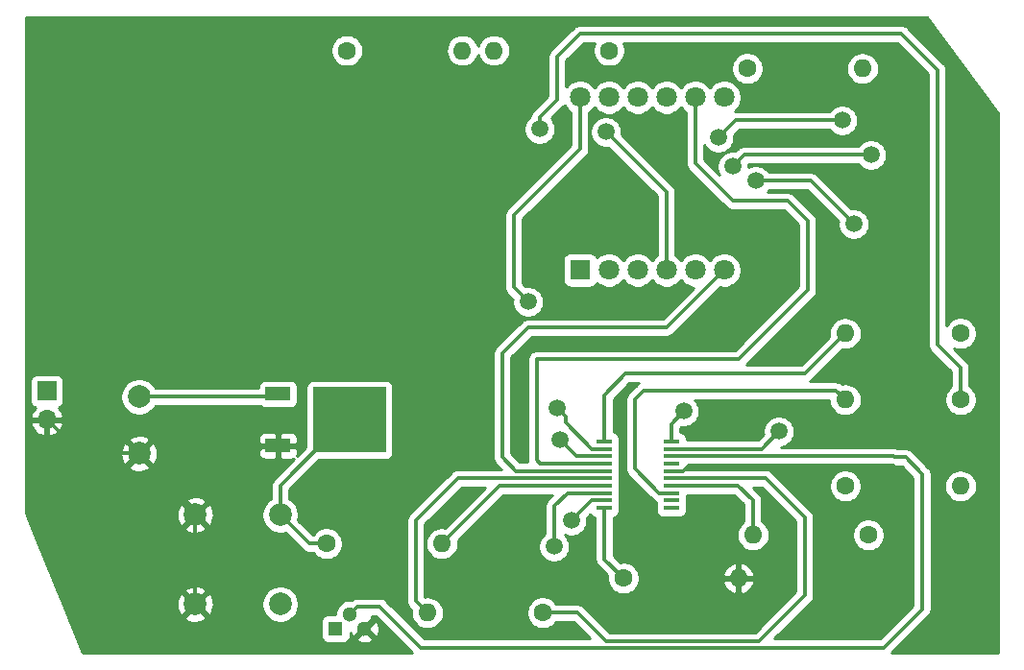
<source format=gbr>
G04 #@! TF.GenerationSoftware,KiCad,Pcbnew,5.1.2-1.fc30*
G04 #@! TF.CreationDate,2019-08-07T12:15:18+02:00*
G04 #@! TF.ProjectId,term,7465726d-2e6b-4696-9361-645f70636258,rev?*
G04 #@! TF.SameCoordinates,Original*
G04 #@! TF.FileFunction,Copper,L2,Bot*
G04 #@! TF.FilePolarity,Positive*
%FSLAX46Y46*%
G04 Gerber Fmt 4.6, Leading zero omitted, Abs format (unit mm)*
G04 Created by KiCad (PCBNEW 5.1.2-1.fc30) date 2019-08-07 12:15:18*
%MOMM*%
%LPD*%
G04 APERTURE LIST*
%ADD10O,1.600000X1.600000*%
%ADD11C,1.600000*%
%ADD12R,1.800000X1.800000*%
%ADD13C,1.800000*%
%ADD14C,1.300000*%
%ADD15R,1.300000X1.300000*%
%ADD16R,2.200000X1.200000*%
%ADD17R,6.400000X5.800000*%
%ADD18R,1.450000X0.450000*%
%ADD19R,1.700000X1.700000*%
%ADD20O,1.700000X1.700000*%
%ADD21C,2.000000*%
%ADD22C,1.500000*%
%ADD23C,0.350000*%
%ADD24C,0.250000*%
%ADD25C,0.254000*%
G04 APERTURE END LIST*
D10*
X172760000Y-74600000D03*
D11*
X162600000Y-74600000D03*
D12*
X183134000Y-93980000D03*
D13*
X185674000Y-93980000D03*
X188214000Y-93980000D03*
X190754000Y-93980000D03*
X193294000Y-93980000D03*
X195834000Y-93980000D03*
X195834000Y-78740000D03*
X193294000Y-78740000D03*
X190754000Y-78740000D03*
X188214000Y-78740000D03*
X185674000Y-78740000D03*
X183134000Y-78740000D03*
D14*
X162870000Y-124330000D03*
X164140000Y-125600000D03*
D15*
X161600000Y-125600000D03*
D16*
X156514000Y-109468000D03*
X156514000Y-104908000D03*
D17*
X162814000Y-107188000D03*
D18*
X185264000Y-114939000D03*
X185264000Y-114289000D03*
X185264000Y-113639000D03*
X185264000Y-112989000D03*
X185264000Y-112339000D03*
X185264000Y-111689000D03*
X185264000Y-111039000D03*
X185264000Y-110389000D03*
X185264000Y-109739000D03*
X185264000Y-109089000D03*
X191164000Y-109089000D03*
X191164000Y-109739000D03*
X191164000Y-110389000D03*
X191164000Y-111039000D03*
X191164000Y-111689000D03*
X191164000Y-112339000D03*
X191164000Y-112989000D03*
X191164000Y-113639000D03*
X191164000Y-114289000D03*
X191164000Y-114939000D03*
D19*
X136144000Y-104648000D03*
D20*
X136144000Y-107188000D03*
D21*
X144272000Y-105156000D03*
X144272000Y-110156000D03*
X149218000Y-115570000D03*
X156718000Y-115570000D03*
X156718000Y-123444000D03*
X149218000Y-123444000D03*
D10*
X169672000Y-124206000D03*
D11*
X179832000Y-124206000D03*
X186944000Y-121158000D03*
D10*
X197104000Y-121158000D03*
X170942000Y-118110000D03*
D11*
X160782000Y-118110000D03*
X206502000Y-113030000D03*
D10*
X216662000Y-113030000D03*
X206502000Y-99568000D03*
D11*
X216662000Y-99568000D03*
X185700000Y-74600000D03*
D10*
X175540000Y-74600000D03*
D11*
X197866000Y-76200000D03*
D10*
X208026000Y-76200000D03*
X198374000Y-117348000D03*
D11*
X208534000Y-117348000D03*
X216662000Y-105410000D03*
D10*
X206502000Y-105410000D03*
D22*
X208280000Y-121158000D03*
X206248000Y-80772000D03*
X195326000Y-82296000D03*
X181356000Y-108966000D03*
X178562000Y-96774000D03*
X181102000Y-106172000D03*
X207264000Y-89916000D03*
X198628000Y-86106000D03*
X208788000Y-83820000D03*
X196596000Y-84836000D03*
X179578000Y-81534000D03*
X185420000Y-81788000D03*
X182372000Y-116078000D03*
X180848000Y-118364000D03*
X192278000Y-106426000D03*
X200660000Y-108204000D03*
D23*
X156266000Y-105156000D02*
X156514000Y-104908000D01*
X144272000Y-105156000D02*
X156266000Y-105156000D01*
X192735001Y-111192999D02*
X210760999Y-111192999D01*
X191164000Y-111689000D02*
X192239000Y-111689000D01*
X192239000Y-111689000D02*
X192735001Y-111192999D01*
X210760999Y-111192999D02*
X211836000Y-112268000D01*
X211836000Y-117602000D02*
X211074000Y-118364000D01*
X211328000Y-118110000D02*
X211074000Y-118364000D01*
X211836000Y-112268000D02*
X211836000Y-117602000D01*
X211074000Y-118364000D02*
X208280000Y-121158000D01*
X139112000Y-110156000D02*
X144272000Y-110156000D01*
X136144000Y-107188000D02*
X139112000Y-110156000D01*
X149218000Y-115102000D02*
X149218000Y-115570000D01*
X144272000Y-110156000D02*
X149218000Y-115102000D01*
X155320000Y-109468000D02*
X156514000Y-109468000D01*
X149218000Y-115570000D02*
X155320000Y-109468000D01*
X149218000Y-123444000D02*
X149218000Y-115570000D01*
X185264000Y-119478000D02*
X185264000Y-114939000D01*
X186944000Y-121158000D02*
X185264000Y-119478000D01*
X184068000Y-113030000D02*
X181102000Y-113030000D01*
X185264000Y-112989000D02*
X184109000Y-112989000D01*
X184109000Y-112989000D02*
X184068000Y-113030000D01*
X176063000Y-112989000D02*
X185264000Y-112989000D01*
X170942000Y-118110000D02*
X176063000Y-112989000D01*
X206248000Y-80772000D02*
X196850000Y-80772000D01*
X196850000Y-80772000D02*
X195326000Y-82296000D01*
X177475000Y-111689000D02*
X185264000Y-111689000D01*
X190754000Y-99060000D02*
X178562000Y-99060000D01*
X176276000Y-110490000D02*
X177475000Y-111689000D01*
X178562000Y-99060000D02*
X176276000Y-101346000D01*
X195834000Y-93980000D02*
X190754000Y-99060000D01*
X176276000Y-101346000D02*
X176276000Y-110490000D01*
X193294000Y-78740000D02*
X193294000Y-84582000D01*
X193294000Y-84582000D02*
X196596000Y-87884000D01*
X196596000Y-87884000D02*
X201422000Y-87884000D01*
X201422000Y-87884000D02*
X203200000Y-89662000D01*
X203200000Y-89662000D02*
X203200000Y-95758000D01*
X203200000Y-95758000D02*
X197104000Y-101854000D01*
X197104000Y-101854000D02*
X179324000Y-101854000D01*
X179324000Y-101854000D02*
X179324000Y-110744000D01*
X179619000Y-111039000D02*
X185264000Y-111039000D01*
X179324000Y-110744000D02*
X179619000Y-111039000D01*
X182779000Y-110389000D02*
X185264000Y-110389000D01*
X181356000Y-108966000D02*
X182779000Y-110389000D01*
X183134000Y-78740000D02*
X183134000Y-83312000D01*
X183134000Y-83312000D02*
X177292000Y-89154000D01*
X177292000Y-89154000D02*
X177292000Y-95504000D01*
X177292000Y-95504000D02*
X178562000Y-96774000D01*
X184189000Y-109739000D02*
X185264000Y-109739000D01*
X181851999Y-107401999D02*
X184189000Y-109739000D01*
X181851999Y-106921999D02*
X181851999Y-107401999D01*
X181102000Y-106172000D02*
X181851999Y-106921999D01*
X207264000Y-89916000D02*
X203454000Y-86106000D01*
X203454000Y-86106000D02*
X198628000Y-86106000D01*
X185928000Y-78486000D02*
X185674000Y-78740000D01*
X208788000Y-83820000D02*
X197612000Y-83820000D01*
X197612000Y-83820000D02*
X196596000Y-84836000D01*
X190754000Y-87122000D02*
X190754000Y-93980000D01*
X185420000Y-81788000D02*
X190754000Y-87122000D01*
X216662000Y-102616000D02*
X214630000Y-100584000D01*
X216662000Y-105410000D02*
X216662000Y-102616000D01*
D24*
X214630000Y-81534000D02*
X214630000Y-76330000D01*
D23*
X211452000Y-73152000D02*
X214630000Y-76330000D01*
X179578000Y-80473340D02*
X181102000Y-78949340D01*
X181102000Y-78949340D02*
X181102000Y-75184000D01*
X179578000Y-81534000D02*
X179578000Y-80473340D01*
X181102000Y-75184000D02*
X183134000Y-73152000D01*
X183134000Y-73152000D02*
X211452000Y-73152000D01*
X214630000Y-76330000D02*
X214630000Y-90330000D01*
X214630000Y-100584000D02*
X214630000Y-90330000D01*
X214630000Y-90330000D02*
X214630000Y-81534000D01*
X191164000Y-112339000D02*
X199461000Y-112339000D01*
X199461000Y-112339000D02*
X202946000Y-115824000D01*
X202946000Y-115824000D02*
X202946000Y-122682000D01*
X202946000Y-122682000D02*
X198882000Y-126746000D01*
X179832000Y-124206000D02*
X182880000Y-124206000D01*
X182880000Y-124206000D02*
X185420000Y-126746000D01*
X198882000Y-126746000D02*
X187960000Y-126746000D01*
X185420000Y-126746000D02*
X187960000Y-126746000D01*
X187960000Y-126746000D02*
X185674000Y-126746000D01*
X156584000Y-115570000D02*
X156718000Y-115570000D01*
X159258000Y-118110000D02*
X156718000Y-115570000D01*
X160782000Y-118110000D02*
X159258000Y-118110000D01*
X162514000Y-107188000D02*
X162814000Y-107188000D01*
X156718000Y-112984000D02*
X162514000Y-107188000D01*
X156718000Y-115570000D02*
X156718000Y-112984000D01*
X210734831Y-110389000D02*
X210835831Y-110490000D01*
X191164000Y-110389000D02*
X210734831Y-110389000D01*
X210835831Y-110490000D02*
X211836000Y-110490000D01*
X213291500Y-111945500D02*
X213291500Y-123883500D01*
X211836000Y-110490000D02*
X213291500Y-111945500D01*
X209878990Y-127296010D02*
X209887500Y-127287500D01*
X169096010Y-127296010D02*
X209878990Y-127296010D01*
X213291500Y-123883500D02*
X209887500Y-127287500D01*
X162870000Y-124330000D02*
X163519999Y-123680001D01*
X163519999Y-123680001D02*
X165480001Y-123680001D01*
X165480001Y-123680001D02*
X169096010Y-127296010D01*
X168656000Y-123190000D02*
X169672000Y-124206000D01*
X168656000Y-116078000D02*
X168656000Y-123190000D01*
X185264000Y-112339000D02*
X172395000Y-112339000D01*
X172395000Y-112339000D02*
X168656000Y-116078000D01*
X185264000Y-114289000D02*
X184161000Y-114289000D01*
X184161000Y-114289000D02*
X182372000Y-116078000D01*
X180848000Y-118364000D02*
X180848000Y-114808000D01*
X182017000Y-113639000D02*
X185264000Y-113639000D01*
X180848000Y-114808000D02*
X182017000Y-113639000D01*
X202946000Y-103124000D02*
X206502000Y-99568000D01*
X187140000Y-103124000D02*
X202946000Y-103124000D01*
X185264000Y-109089000D02*
X185264000Y-105000000D01*
X185264000Y-105000000D02*
X187140000Y-103124000D01*
X191164000Y-109089000D02*
X191164000Y-107540000D01*
X191164000Y-107540000D02*
X192278000Y-106426000D01*
X191164000Y-109739000D02*
X199125000Y-109739000D01*
X199125000Y-109739000D02*
X200660000Y-108204000D01*
X191164000Y-112989000D02*
X197063000Y-112989000D01*
X198374000Y-114300000D02*
X198374000Y-117348000D01*
X197063000Y-112989000D02*
X198374000Y-114300000D01*
X191164000Y-113639000D02*
X190089000Y-113639000D01*
X190089000Y-113639000D02*
X187960000Y-111510000D01*
X188759999Y-104610001D02*
X205702001Y-104610001D01*
X205702001Y-104610001D02*
X206502000Y-105410000D01*
X187960000Y-111510000D02*
X187960000Y-105410000D01*
X187960000Y-105410000D02*
X188759999Y-104610001D01*
D25*
G36*
X220015000Y-80152691D02*
G01*
X220015001Y-127715000D01*
X210605512Y-127715000D01*
X213836118Y-124484395D01*
X213867028Y-124459028D01*
X213931962Y-124379905D01*
X213968249Y-124335690D01*
X214037569Y-124206000D01*
X214043463Y-124194973D01*
X214089780Y-124042288D01*
X214101500Y-123923291D01*
X214101500Y-123923288D01*
X214105419Y-123883500D01*
X214101500Y-123843712D01*
X214101500Y-113030000D01*
X215220057Y-113030000D01*
X215247764Y-113311309D01*
X215329818Y-113581808D01*
X215463068Y-113831101D01*
X215642392Y-114049608D01*
X215860899Y-114228932D01*
X216110192Y-114362182D01*
X216380691Y-114444236D01*
X216591508Y-114465000D01*
X216732492Y-114465000D01*
X216943309Y-114444236D01*
X217213808Y-114362182D01*
X217463101Y-114228932D01*
X217681608Y-114049608D01*
X217860932Y-113831101D01*
X217994182Y-113581808D01*
X218076236Y-113311309D01*
X218103943Y-113030000D01*
X218076236Y-112748691D01*
X217994182Y-112478192D01*
X217860932Y-112228899D01*
X217681608Y-112010392D01*
X217463101Y-111831068D01*
X217213808Y-111697818D01*
X216943309Y-111615764D01*
X216732492Y-111595000D01*
X216591508Y-111595000D01*
X216380691Y-111615764D01*
X216110192Y-111697818D01*
X215860899Y-111831068D01*
X215642392Y-112010392D01*
X215463068Y-112228899D01*
X215329818Y-112478192D01*
X215247764Y-112748691D01*
X215220057Y-113030000D01*
X214101500Y-113030000D01*
X214101500Y-111985288D01*
X214105419Y-111945500D01*
X214099934Y-111889812D01*
X214089780Y-111786712D01*
X214043463Y-111634027D01*
X214002783Y-111557919D01*
X213968249Y-111493310D01*
X213892393Y-111400880D01*
X213867028Y-111369972D01*
X213836119Y-111344606D01*
X212436899Y-109945387D01*
X212411528Y-109914472D01*
X212288189Y-109813251D01*
X212147473Y-109738037D01*
X211994788Y-109691720D01*
X211875791Y-109680000D01*
X211875788Y-109680000D01*
X211836000Y-109676081D01*
X211796212Y-109680000D01*
X211126682Y-109680000D01*
X211046304Y-109637037D01*
X210893619Y-109590720D01*
X210774622Y-109579000D01*
X210774619Y-109579000D01*
X210734831Y-109575081D01*
X210695043Y-109579000D01*
X200846684Y-109579000D01*
X201063989Y-109535775D01*
X201316043Y-109431371D01*
X201542886Y-109279799D01*
X201735799Y-109086886D01*
X201887371Y-108860043D01*
X201991775Y-108607989D01*
X202045000Y-108340411D01*
X202045000Y-108067589D01*
X201991775Y-107800011D01*
X201887371Y-107547957D01*
X201735799Y-107321114D01*
X201542886Y-107128201D01*
X201316043Y-106976629D01*
X201063989Y-106872225D01*
X200796411Y-106819000D01*
X200523589Y-106819000D01*
X200256011Y-106872225D01*
X200003957Y-106976629D01*
X199777114Y-107128201D01*
X199584201Y-107321114D01*
X199432629Y-107547957D01*
X199328225Y-107800011D01*
X199275000Y-108067589D01*
X199275000Y-108340411D01*
X199292102Y-108426386D01*
X198789488Y-108929000D01*
X192527072Y-108929000D01*
X192527072Y-108864000D01*
X192514812Y-108739518D01*
X192478502Y-108619820D01*
X192419537Y-108509506D01*
X192340185Y-108412815D01*
X192243494Y-108333463D01*
X192133180Y-108274498D01*
X192013482Y-108238188D01*
X191974000Y-108234299D01*
X191974000Y-107875512D01*
X192055614Y-107793898D01*
X192141589Y-107811000D01*
X192414411Y-107811000D01*
X192681989Y-107757775D01*
X192934043Y-107653371D01*
X193160886Y-107501799D01*
X193353799Y-107308886D01*
X193505371Y-107082043D01*
X193609775Y-106829989D01*
X193663000Y-106562411D01*
X193663000Y-106289589D01*
X193609775Y-106022011D01*
X193505371Y-105769957D01*
X193353799Y-105543114D01*
X193230686Y-105420001D01*
X205061042Y-105420001D01*
X205087764Y-105691309D01*
X205169818Y-105961808D01*
X205303068Y-106211101D01*
X205482392Y-106429608D01*
X205700899Y-106608932D01*
X205950192Y-106742182D01*
X206220691Y-106824236D01*
X206431508Y-106845000D01*
X206572492Y-106845000D01*
X206783309Y-106824236D01*
X207053808Y-106742182D01*
X207303101Y-106608932D01*
X207521608Y-106429608D01*
X207700932Y-106211101D01*
X207834182Y-105961808D01*
X207916236Y-105691309D01*
X207943943Y-105410000D01*
X207916236Y-105128691D01*
X207834182Y-104858192D01*
X207700932Y-104608899D01*
X207521608Y-104390392D01*
X207303101Y-104211068D01*
X207053808Y-104077818D01*
X206783309Y-103995764D01*
X206572492Y-103975000D01*
X206431508Y-103975000D01*
X206229325Y-103994914D01*
X206154190Y-103933252D01*
X206013474Y-103858038D01*
X205860789Y-103811721D01*
X205741792Y-103800001D01*
X205741789Y-103800001D01*
X205702001Y-103796082D01*
X205662213Y-103800001D01*
X203399100Y-103800001D01*
X203521528Y-103699528D01*
X203546900Y-103668612D01*
X206232148Y-100983364D01*
X206431508Y-101003000D01*
X206572492Y-101003000D01*
X206783309Y-100982236D01*
X207053808Y-100900182D01*
X207303101Y-100766932D01*
X207521608Y-100587608D01*
X207700932Y-100369101D01*
X207834182Y-100119808D01*
X207916236Y-99849309D01*
X207943943Y-99568000D01*
X207916236Y-99286691D01*
X207834182Y-99016192D01*
X207700932Y-98766899D01*
X207521608Y-98548392D01*
X207303101Y-98369068D01*
X207053808Y-98235818D01*
X206783309Y-98153764D01*
X206572492Y-98133000D01*
X206431508Y-98133000D01*
X206220691Y-98153764D01*
X205950192Y-98235818D01*
X205700899Y-98369068D01*
X205482392Y-98548392D01*
X205303068Y-98766899D01*
X205169818Y-99016192D01*
X205087764Y-99286691D01*
X205060057Y-99568000D01*
X205086636Y-99837852D01*
X202610488Y-102314000D01*
X197789512Y-102314000D01*
X203744618Y-96358895D01*
X203775528Y-96333528D01*
X203839184Y-96255963D01*
X203876749Y-96210190D01*
X203926048Y-96117957D01*
X203951963Y-96069473D01*
X203998280Y-95916788D01*
X204010000Y-95797791D01*
X204010000Y-95797788D01*
X204013919Y-95758000D01*
X204010000Y-95718212D01*
X204010000Y-89701788D01*
X204013919Y-89662000D01*
X204008258Y-89604526D01*
X203998280Y-89503212D01*
X203958289Y-89371380D01*
X203951963Y-89350526D01*
X203876749Y-89209811D01*
X203800893Y-89117380D01*
X203775528Y-89086472D01*
X203744619Y-89061106D01*
X202022899Y-87339387D01*
X201997528Y-87308472D01*
X201874189Y-87207251D01*
X201733473Y-87132037D01*
X201580788Y-87085720D01*
X201461791Y-87074000D01*
X201461788Y-87074000D01*
X201422000Y-87070081D01*
X201382212Y-87074000D01*
X199618685Y-87074000D01*
X199703799Y-86988886D01*
X199752500Y-86916000D01*
X203118488Y-86916000D01*
X205896102Y-89693614D01*
X205879000Y-89779589D01*
X205879000Y-90052411D01*
X205932225Y-90319989D01*
X206036629Y-90572043D01*
X206188201Y-90798886D01*
X206381114Y-90991799D01*
X206607957Y-91143371D01*
X206860011Y-91247775D01*
X207127589Y-91301000D01*
X207400411Y-91301000D01*
X207667989Y-91247775D01*
X207920043Y-91143371D01*
X208146886Y-90991799D01*
X208339799Y-90798886D01*
X208491371Y-90572043D01*
X208595775Y-90319989D01*
X208649000Y-90052411D01*
X208649000Y-89779589D01*
X208595775Y-89512011D01*
X208491371Y-89259957D01*
X208339799Y-89033114D01*
X208146886Y-88840201D01*
X207920043Y-88688629D01*
X207667989Y-88584225D01*
X207400411Y-88531000D01*
X207127589Y-88531000D01*
X207041614Y-88548102D01*
X204054900Y-85561388D01*
X204029528Y-85530472D01*
X203906189Y-85429251D01*
X203765473Y-85354037D01*
X203612788Y-85307720D01*
X203493791Y-85296000D01*
X203493788Y-85296000D01*
X203454000Y-85292081D01*
X203414212Y-85296000D01*
X199752500Y-85296000D01*
X199703799Y-85223114D01*
X199510886Y-85030201D01*
X199284043Y-84878629D01*
X199031989Y-84774225D01*
X198764411Y-84721000D01*
X198491589Y-84721000D01*
X198224011Y-84774225D01*
X197981000Y-84874883D01*
X197981000Y-84699589D01*
X197967158Y-84630000D01*
X207663500Y-84630000D01*
X207712201Y-84702886D01*
X207905114Y-84895799D01*
X208131957Y-85047371D01*
X208384011Y-85151775D01*
X208651589Y-85205000D01*
X208924411Y-85205000D01*
X209191989Y-85151775D01*
X209444043Y-85047371D01*
X209670886Y-84895799D01*
X209863799Y-84702886D01*
X210015371Y-84476043D01*
X210119775Y-84223989D01*
X210173000Y-83956411D01*
X210173000Y-83683589D01*
X210119775Y-83416011D01*
X210015371Y-83163957D01*
X209863799Y-82937114D01*
X209670886Y-82744201D01*
X209444043Y-82592629D01*
X209191989Y-82488225D01*
X208924411Y-82435000D01*
X208651589Y-82435000D01*
X208384011Y-82488225D01*
X208131957Y-82592629D01*
X207905114Y-82744201D01*
X207712201Y-82937114D01*
X207663500Y-83010000D01*
X197651788Y-83010000D01*
X197612000Y-83006081D01*
X197572212Y-83010000D01*
X197572209Y-83010000D01*
X197453212Y-83021720D01*
X197300527Y-83068037D01*
X197235024Y-83103049D01*
X197159810Y-83143251D01*
X197147673Y-83153212D01*
X197036472Y-83244472D01*
X197011100Y-83275388D01*
X196818386Y-83468102D01*
X196732411Y-83451000D01*
X196459589Y-83451000D01*
X196192011Y-83504225D01*
X195939957Y-83608629D01*
X195713114Y-83760201D01*
X195520201Y-83953114D01*
X195368629Y-84179957D01*
X195264225Y-84432011D01*
X195211000Y-84699589D01*
X195211000Y-84972411D01*
X195264225Y-85239989D01*
X195368629Y-85492043D01*
X195407037Y-85549525D01*
X194104000Y-84246488D01*
X194104000Y-82960081D01*
X194250201Y-83178886D01*
X194443114Y-83371799D01*
X194669957Y-83523371D01*
X194922011Y-83627775D01*
X195189589Y-83681000D01*
X195462411Y-83681000D01*
X195729989Y-83627775D01*
X195982043Y-83523371D01*
X196208886Y-83371799D01*
X196401799Y-83178886D01*
X196553371Y-82952043D01*
X196657775Y-82699989D01*
X196711000Y-82432411D01*
X196711000Y-82159589D01*
X196693898Y-82073614D01*
X197185513Y-81582000D01*
X205123500Y-81582000D01*
X205172201Y-81654886D01*
X205365114Y-81847799D01*
X205591957Y-81999371D01*
X205844011Y-82103775D01*
X206111589Y-82157000D01*
X206384411Y-82157000D01*
X206651989Y-82103775D01*
X206904043Y-81999371D01*
X207130886Y-81847799D01*
X207323799Y-81654886D01*
X207475371Y-81428043D01*
X207579775Y-81175989D01*
X207633000Y-80908411D01*
X207633000Y-80635589D01*
X207579775Y-80368011D01*
X207475371Y-80115957D01*
X207323799Y-79889114D01*
X207130886Y-79696201D01*
X206904043Y-79544629D01*
X206651989Y-79440225D01*
X206384411Y-79387000D01*
X206111589Y-79387000D01*
X205844011Y-79440225D01*
X205591957Y-79544629D01*
X205365114Y-79696201D01*
X205172201Y-79889114D01*
X205123500Y-79962000D01*
X196889787Y-79962000D01*
X196849999Y-79958081D01*
X196810211Y-79962000D01*
X196810209Y-79962000D01*
X196760789Y-79966867D01*
X196812505Y-79932312D01*
X197026312Y-79718505D01*
X197194299Y-79467095D01*
X197310011Y-79187743D01*
X197369000Y-78891184D01*
X197369000Y-78588816D01*
X197310011Y-78292257D01*
X197194299Y-78012905D01*
X197026312Y-77761495D01*
X196812505Y-77547688D01*
X196561095Y-77379701D01*
X196281743Y-77263989D01*
X195985184Y-77205000D01*
X195682816Y-77205000D01*
X195386257Y-77263989D01*
X195106905Y-77379701D01*
X194855495Y-77547688D01*
X194641688Y-77761495D01*
X194564000Y-77877763D01*
X194486312Y-77761495D01*
X194272505Y-77547688D01*
X194021095Y-77379701D01*
X193741743Y-77263989D01*
X193445184Y-77205000D01*
X193142816Y-77205000D01*
X192846257Y-77263989D01*
X192566905Y-77379701D01*
X192315495Y-77547688D01*
X192101688Y-77761495D01*
X192024000Y-77877763D01*
X191946312Y-77761495D01*
X191732505Y-77547688D01*
X191481095Y-77379701D01*
X191201743Y-77263989D01*
X190905184Y-77205000D01*
X190602816Y-77205000D01*
X190306257Y-77263989D01*
X190026905Y-77379701D01*
X189775495Y-77547688D01*
X189561688Y-77761495D01*
X189484000Y-77877763D01*
X189406312Y-77761495D01*
X189192505Y-77547688D01*
X188941095Y-77379701D01*
X188661743Y-77263989D01*
X188365184Y-77205000D01*
X188062816Y-77205000D01*
X187766257Y-77263989D01*
X187486905Y-77379701D01*
X187235495Y-77547688D01*
X187021688Y-77761495D01*
X186944000Y-77877763D01*
X186866312Y-77761495D01*
X186652505Y-77547688D01*
X186401095Y-77379701D01*
X186121743Y-77263989D01*
X185825184Y-77205000D01*
X185522816Y-77205000D01*
X185226257Y-77263989D01*
X184946905Y-77379701D01*
X184695495Y-77547688D01*
X184481688Y-77761495D01*
X184404000Y-77877763D01*
X184326312Y-77761495D01*
X184112505Y-77547688D01*
X183861095Y-77379701D01*
X183581743Y-77263989D01*
X183285184Y-77205000D01*
X182982816Y-77205000D01*
X182686257Y-77263989D01*
X182406905Y-77379701D01*
X182155495Y-77547688D01*
X181941688Y-77761495D01*
X181912000Y-77805926D01*
X181912000Y-76058665D01*
X196431000Y-76058665D01*
X196431000Y-76341335D01*
X196486147Y-76618574D01*
X196594320Y-76879727D01*
X196751363Y-77114759D01*
X196951241Y-77314637D01*
X197186273Y-77471680D01*
X197447426Y-77579853D01*
X197724665Y-77635000D01*
X198007335Y-77635000D01*
X198284574Y-77579853D01*
X198545727Y-77471680D01*
X198780759Y-77314637D01*
X198980637Y-77114759D01*
X199137680Y-76879727D01*
X199245853Y-76618574D01*
X199301000Y-76341335D01*
X199301000Y-76200000D01*
X206584057Y-76200000D01*
X206611764Y-76481309D01*
X206693818Y-76751808D01*
X206827068Y-77001101D01*
X207006392Y-77219608D01*
X207224899Y-77398932D01*
X207474192Y-77532182D01*
X207744691Y-77614236D01*
X207955508Y-77635000D01*
X208096492Y-77635000D01*
X208307309Y-77614236D01*
X208577808Y-77532182D01*
X208827101Y-77398932D01*
X209045608Y-77219608D01*
X209224932Y-77001101D01*
X209358182Y-76751808D01*
X209440236Y-76481309D01*
X209467943Y-76200000D01*
X209440236Y-75918691D01*
X209358182Y-75648192D01*
X209224932Y-75398899D01*
X209045608Y-75180392D01*
X208827101Y-75001068D01*
X208577808Y-74867818D01*
X208307309Y-74785764D01*
X208096492Y-74765000D01*
X207955508Y-74765000D01*
X207744691Y-74785764D01*
X207474192Y-74867818D01*
X207224899Y-75001068D01*
X207006392Y-75180392D01*
X206827068Y-75398899D01*
X206693818Y-75648192D01*
X206611764Y-75918691D01*
X206584057Y-76200000D01*
X199301000Y-76200000D01*
X199301000Y-76058665D01*
X199245853Y-75781426D01*
X199137680Y-75520273D01*
X198980637Y-75285241D01*
X198780759Y-75085363D01*
X198545727Y-74928320D01*
X198284574Y-74820147D01*
X198007335Y-74765000D01*
X197724665Y-74765000D01*
X197447426Y-74820147D01*
X197186273Y-74928320D01*
X196951241Y-75085363D01*
X196751363Y-75285241D01*
X196594320Y-75520273D01*
X196486147Y-75781426D01*
X196431000Y-76058665D01*
X181912000Y-76058665D01*
X181912000Y-75519512D01*
X183469513Y-73962000D01*
X184411036Y-73962000D01*
X184320147Y-74181426D01*
X184265000Y-74458665D01*
X184265000Y-74741335D01*
X184320147Y-75018574D01*
X184428320Y-75279727D01*
X184585363Y-75514759D01*
X184785241Y-75714637D01*
X185020273Y-75871680D01*
X185281426Y-75979853D01*
X185558665Y-76035000D01*
X185841335Y-76035000D01*
X186118574Y-75979853D01*
X186379727Y-75871680D01*
X186614759Y-75714637D01*
X186814637Y-75514759D01*
X186971680Y-75279727D01*
X187079853Y-75018574D01*
X187135000Y-74741335D01*
X187135000Y-74458665D01*
X187079853Y-74181426D01*
X186988964Y-73962000D01*
X211116488Y-73962000D01*
X213820000Y-76665513D01*
X213820001Y-83351791D01*
X213820000Y-90369790D01*
X213820001Y-90369800D01*
X213820000Y-100544212D01*
X213816081Y-100584000D01*
X213820000Y-100623788D01*
X213820000Y-100623790D01*
X213831720Y-100742787D01*
X213878037Y-100895472D01*
X213878038Y-100895473D01*
X213953251Y-101036189D01*
X213969280Y-101055720D01*
X214054472Y-101159528D01*
X214085387Y-101184899D01*
X215852001Y-102951514D01*
X215852000Y-104225365D01*
X215747241Y-104295363D01*
X215547363Y-104495241D01*
X215390320Y-104730273D01*
X215282147Y-104991426D01*
X215227000Y-105268665D01*
X215227000Y-105551335D01*
X215282147Y-105828574D01*
X215390320Y-106089727D01*
X215547363Y-106324759D01*
X215747241Y-106524637D01*
X215982273Y-106681680D01*
X216243426Y-106789853D01*
X216520665Y-106845000D01*
X216803335Y-106845000D01*
X217080574Y-106789853D01*
X217341727Y-106681680D01*
X217576759Y-106524637D01*
X217776637Y-106324759D01*
X217933680Y-106089727D01*
X218041853Y-105828574D01*
X218097000Y-105551335D01*
X218097000Y-105268665D01*
X218041853Y-104991426D01*
X217933680Y-104730273D01*
X217776637Y-104495241D01*
X217576759Y-104295363D01*
X217472000Y-104225365D01*
X217472000Y-102655788D01*
X217475919Y-102616000D01*
X217469268Y-102548472D01*
X217460280Y-102457212D01*
X217413963Y-102304527D01*
X217378951Y-102239024D01*
X217338749Y-102163810D01*
X217262893Y-102071380D01*
X217237528Y-102040472D01*
X217206618Y-102015105D01*
X216065784Y-100874271D01*
X216243426Y-100947853D01*
X216520665Y-101003000D01*
X216803335Y-101003000D01*
X217080574Y-100947853D01*
X217341727Y-100839680D01*
X217576759Y-100682637D01*
X217776637Y-100482759D01*
X217933680Y-100247727D01*
X218041853Y-99986574D01*
X218097000Y-99709335D01*
X218097000Y-99426665D01*
X218041853Y-99149426D01*
X217933680Y-98888273D01*
X217776637Y-98653241D01*
X217576759Y-98453363D01*
X217341727Y-98296320D01*
X217080574Y-98188147D01*
X216803335Y-98133000D01*
X216520665Y-98133000D01*
X216243426Y-98188147D01*
X215982273Y-98296320D01*
X215747241Y-98453363D01*
X215547363Y-98653241D01*
X215440000Y-98813921D01*
X215440000Y-76369788D01*
X215443919Y-76330000D01*
X215431115Y-76200000D01*
X215428280Y-76171212D01*
X215386960Y-76035000D01*
X215381963Y-76018526D01*
X215306749Y-75877811D01*
X215230893Y-75785380D01*
X215205528Y-75754472D01*
X215174619Y-75729106D01*
X212052900Y-72607388D01*
X212027528Y-72576472D01*
X211904189Y-72475251D01*
X211763473Y-72400037D01*
X211610788Y-72353720D01*
X211491791Y-72342000D01*
X211491788Y-72342000D01*
X211452000Y-72338081D01*
X211412212Y-72342000D01*
X183173788Y-72342000D01*
X183134000Y-72338081D01*
X183094212Y-72342000D01*
X183094209Y-72342000D01*
X182975212Y-72353720D01*
X182822527Y-72400037D01*
X182757024Y-72435049D01*
X182681810Y-72475251D01*
X182617796Y-72527786D01*
X182558472Y-72576472D01*
X182533105Y-72607382D01*
X180557383Y-74583105D01*
X180526473Y-74608472D01*
X180501108Y-74639380D01*
X180425251Y-74731811D01*
X180350038Y-74872527D01*
X180303721Y-75025213D01*
X180288081Y-75184000D01*
X180292001Y-75223798D01*
X180292000Y-78613827D01*
X179033383Y-79872445D01*
X179002473Y-79897812D01*
X178977108Y-79928720D01*
X178901251Y-80021151D01*
X178826038Y-80161867D01*
X178782125Y-80306629D01*
X178779721Y-80314553D01*
X178770536Y-80407806D01*
X178695114Y-80458201D01*
X178502201Y-80651114D01*
X178350629Y-80877957D01*
X178246225Y-81130011D01*
X178193000Y-81397589D01*
X178193000Y-81670411D01*
X178246225Y-81937989D01*
X178350629Y-82190043D01*
X178502201Y-82416886D01*
X178695114Y-82609799D01*
X178921957Y-82761371D01*
X179174011Y-82865775D01*
X179441589Y-82919000D01*
X179714411Y-82919000D01*
X179981989Y-82865775D01*
X180234043Y-82761371D01*
X180460886Y-82609799D01*
X180653799Y-82416886D01*
X180805371Y-82190043D01*
X180909775Y-81937989D01*
X180963000Y-81670411D01*
X180963000Y-81397589D01*
X180909775Y-81130011D01*
X180805371Y-80877957D01*
X180653799Y-80651114D01*
X180599769Y-80597084D01*
X181646619Y-79550234D01*
X181677528Y-79524868D01*
X181757345Y-79427609D01*
X181773701Y-79467095D01*
X181941688Y-79718505D01*
X182155495Y-79932312D01*
X182324000Y-80044904D01*
X182324001Y-82976486D01*
X176747388Y-88553100D01*
X176716472Y-88578472D01*
X176646703Y-88663487D01*
X176615251Y-88701811D01*
X176575049Y-88777025D01*
X176540037Y-88842528D01*
X176493720Y-88995213D01*
X176484732Y-89086472D01*
X176478081Y-89154000D01*
X176482000Y-89193788D01*
X176482001Y-95464202D01*
X176478081Y-95504000D01*
X176493721Y-95662787D01*
X176540038Y-95815473D01*
X176615251Y-95956189D01*
X176670852Y-96023939D01*
X176716473Y-96079528D01*
X176747383Y-96104895D01*
X177194102Y-96551614D01*
X177177000Y-96637589D01*
X177177000Y-96910411D01*
X177230225Y-97177989D01*
X177334629Y-97430043D01*
X177486201Y-97656886D01*
X177679114Y-97849799D01*
X177905957Y-98001371D01*
X178158011Y-98105775D01*
X178425589Y-98159000D01*
X178698411Y-98159000D01*
X178965989Y-98105775D01*
X179218043Y-98001371D01*
X179444886Y-97849799D01*
X179637799Y-97656886D01*
X179789371Y-97430043D01*
X179893775Y-97177989D01*
X179947000Y-96910411D01*
X179947000Y-96637589D01*
X179893775Y-96370011D01*
X179789371Y-96117957D01*
X179637799Y-95891114D01*
X179444886Y-95698201D01*
X179218043Y-95546629D01*
X178965989Y-95442225D01*
X178698411Y-95389000D01*
X178425589Y-95389000D01*
X178339614Y-95406102D01*
X178102000Y-95168488D01*
X178102000Y-89489512D01*
X183678618Y-83912895D01*
X183709528Y-83887528D01*
X183810749Y-83764189D01*
X183812881Y-83760201D01*
X183885963Y-83623474D01*
X183896743Y-83587937D01*
X183932280Y-83470788D01*
X183944000Y-83351791D01*
X183944000Y-83351788D01*
X183947919Y-83312000D01*
X183944000Y-83272212D01*
X183944000Y-80044904D01*
X184112505Y-79932312D01*
X184326312Y-79718505D01*
X184404000Y-79602237D01*
X184481688Y-79718505D01*
X184695495Y-79932312D01*
X184946905Y-80100299D01*
X185226257Y-80216011D01*
X185522816Y-80275000D01*
X185825184Y-80275000D01*
X186121743Y-80216011D01*
X186401095Y-80100299D01*
X186652505Y-79932312D01*
X186866312Y-79718505D01*
X186944000Y-79602237D01*
X187021688Y-79718505D01*
X187235495Y-79932312D01*
X187486905Y-80100299D01*
X187766257Y-80216011D01*
X188062816Y-80275000D01*
X188365184Y-80275000D01*
X188661743Y-80216011D01*
X188941095Y-80100299D01*
X189192505Y-79932312D01*
X189406312Y-79718505D01*
X189484000Y-79602237D01*
X189561688Y-79718505D01*
X189775495Y-79932312D01*
X190026905Y-80100299D01*
X190306257Y-80216011D01*
X190602816Y-80275000D01*
X190905184Y-80275000D01*
X191201743Y-80216011D01*
X191481095Y-80100299D01*
X191732505Y-79932312D01*
X191946312Y-79718505D01*
X192024000Y-79602237D01*
X192101688Y-79718505D01*
X192315495Y-79932312D01*
X192484000Y-80044904D01*
X192484001Y-84542202D01*
X192480081Y-84582000D01*
X192495721Y-84740787D01*
X192542038Y-84893473D01*
X192617251Y-85034189D01*
X192672852Y-85101939D01*
X192718473Y-85157528D01*
X192749383Y-85182895D01*
X195995105Y-88428618D01*
X196020472Y-88459528D01*
X196088210Y-88515119D01*
X196143810Y-88560749D01*
X196219024Y-88600951D01*
X196284527Y-88635963D01*
X196437212Y-88682280D01*
X196556209Y-88694000D01*
X196556211Y-88694000D01*
X196595999Y-88697919D01*
X196635787Y-88694000D01*
X201086488Y-88694000D01*
X202390000Y-89997513D01*
X202390001Y-95422486D01*
X196768488Y-101044000D01*
X179363791Y-101044000D01*
X179324000Y-101040081D01*
X179284209Y-101044000D01*
X179165212Y-101055720D01*
X179012527Y-101102037D01*
X178871811Y-101177251D01*
X178748472Y-101278472D01*
X178647251Y-101401811D01*
X178572037Y-101542527D01*
X178525720Y-101695212D01*
X178510081Y-101854000D01*
X178514000Y-101893791D01*
X178514001Y-110704202D01*
X178510081Y-110744000D01*
X178522575Y-110870849D01*
X178523378Y-110879000D01*
X177810513Y-110879000D01*
X177086000Y-110154488D01*
X177086000Y-101681512D01*
X178897513Y-99870000D01*
X190714212Y-99870000D01*
X190754000Y-99873919D01*
X190793788Y-99870000D01*
X190793791Y-99870000D01*
X190912788Y-99858280D01*
X191065473Y-99811963D01*
X191206189Y-99736749D01*
X191329528Y-99635528D01*
X191354900Y-99604612D01*
X195484050Y-95475463D01*
X195682816Y-95515000D01*
X195985184Y-95515000D01*
X196281743Y-95456011D01*
X196561095Y-95340299D01*
X196812505Y-95172312D01*
X197026312Y-94958505D01*
X197194299Y-94707095D01*
X197310011Y-94427743D01*
X197369000Y-94131184D01*
X197369000Y-93828816D01*
X197310011Y-93532257D01*
X197194299Y-93252905D01*
X197026312Y-93001495D01*
X196812505Y-92787688D01*
X196561095Y-92619701D01*
X196281743Y-92503989D01*
X195985184Y-92445000D01*
X195682816Y-92445000D01*
X195386257Y-92503989D01*
X195106905Y-92619701D01*
X194855495Y-92787688D01*
X194641688Y-93001495D01*
X194564000Y-93117763D01*
X194486312Y-93001495D01*
X194272505Y-92787688D01*
X194021095Y-92619701D01*
X193741743Y-92503989D01*
X193445184Y-92445000D01*
X193142816Y-92445000D01*
X192846257Y-92503989D01*
X192566905Y-92619701D01*
X192315495Y-92787688D01*
X192101688Y-93001495D01*
X192024000Y-93117763D01*
X191946312Y-93001495D01*
X191732505Y-92787688D01*
X191564000Y-92675096D01*
X191564000Y-87161787D01*
X191567919Y-87121999D01*
X191563191Y-87074000D01*
X191552280Y-86963212D01*
X191505963Y-86810527D01*
X191430750Y-86669812D01*
X191430749Y-86669810D01*
X191385119Y-86614210D01*
X191329528Y-86546472D01*
X191298619Y-86521106D01*
X186787898Y-82010386D01*
X186805000Y-81924411D01*
X186805000Y-81651589D01*
X186751775Y-81384011D01*
X186647371Y-81131957D01*
X186495799Y-80905114D01*
X186302886Y-80712201D01*
X186076043Y-80560629D01*
X185823989Y-80456225D01*
X185556411Y-80403000D01*
X185283589Y-80403000D01*
X185016011Y-80456225D01*
X184763957Y-80560629D01*
X184537114Y-80712201D01*
X184344201Y-80905114D01*
X184192629Y-81131957D01*
X184088225Y-81384011D01*
X184035000Y-81651589D01*
X184035000Y-81924411D01*
X184088225Y-82191989D01*
X184192629Y-82444043D01*
X184344201Y-82670886D01*
X184537114Y-82863799D01*
X184763957Y-83015371D01*
X185016011Y-83119775D01*
X185283589Y-83173000D01*
X185556411Y-83173000D01*
X185642386Y-83155898D01*
X189944000Y-87457513D01*
X189944001Y-92675096D01*
X189775495Y-92787688D01*
X189561688Y-93001495D01*
X189484000Y-93117763D01*
X189406312Y-93001495D01*
X189192505Y-92787688D01*
X188941095Y-92619701D01*
X188661743Y-92503989D01*
X188365184Y-92445000D01*
X188062816Y-92445000D01*
X187766257Y-92503989D01*
X187486905Y-92619701D01*
X187235495Y-92787688D01*
X187021688Y-93001495D01*
X186944000Y-93117763D01*
X186866312Y-93001495D01*
X186652505Y-92787688D01*
X186401095Y-92619701D01*
X186121743Y-92503989D01*
X185825184Y-92445000D01*
X185522816Y-92445000D01*
X185226257Y-92503989D01*
X184946905Y-92619701D01*
X184695495Y-92787688D01*
X184629056Y-92854127D01*
X184623502Y-92835820D01*
X184564537Y-92725506D01*
X184485185Y-92628815D01*
X184388494Y-92549463D01*
X184278180Y-92490498D01*
X184158482Y-92454188D01*
X184034000Y-92441928D01*
X182234000Y-92441928D01*
X182109518Y-92454188D01*
X181989820Y-92490498D01*
X181879506Y-92549463D01*
X181782815Y-92628815D01*
X181703463Y-92725506D01*
X181644498Y-92835820D01*
X181608188Y-92955518D01*
X181595928Y-93080000D01*
X181595928Y-94880000D01*
X181608188Y-95004482D01*
X181644498Y-95124180D01*
X181703463Y-95234494D01*
X181782815Y-95331185D01*
X181879506Y-95410537D01*
X181989820Y-95469502D01*
X182109518Y-95505812D01*
X182234000Y-95518072D01*
X184034000Y-95518072D01*
X184158482Y-95505812D01*
X184278180Y-95469502D01*
X184388494Y-95410537D01*
X184485185Y-95331185D01*
X184564537Y-95234494D01*
X184623502Y-95124180D01*
X184629056Y-95105873D01*
X184695495Y-95172312D01*
X184946905Y-95340299D01*
X185226257Y-95456011D01*
X185522816Y-95515000D01*
X185825184Y-95515000D01*
X186121743Y-95456011D01*
X186401095Y-95340299D01*
X186652505Y-95172312D01*
X186866312Y-94958505D01*
X186944000Y-94842237D01*
X187021688Y-94958505D01*
X187235495Y-95172312D01*
X187486905Y-95340299D01*
X187766257Y-95456011D01*
X188062816Y-95515000D01*
X188365184Y-95515000D01*
X188661743Y-95456011D01*
X188941095Y-95340299D01*
X189192505Y-95172312D01*
X189406312Y-94958505D01*
X189484000Y-94842237D01*
X189561688Y-94958505D01*
X189775495Y-95172312D01*
X190026905Y-95340299D01*
X190306257Y-95456011D01*
X190602816Y-95515000D01*
X190905184Y-95515000D01*
X191201743Y-95456011D01*
X191481095Y-95340299D01*
X191732505Y-95172312D01*
X191946312Y-94958505D01*
X192024000Y-94842237D01*
X192101688Y-94958505D01*
X192315495Y-95172312D01*
X192566905Y-95340299D01*
X192846257Y-95456011D01*
X193142816Y-95515000D01*
X193153487Y-95515000D01*
X190418488Y-98250000D01*
X178601787Y-98250000D01*
X178561999Y-98246081D01*
X178522211Y-98250000D01*
X178522209Y-98250000D01*
X178403212Y-98261720D01*
X178250527Y-98308037D01*
X178185024Y-98343049D01*
X178109810Y-98383251D01*
X178054210Y-98428881D01*
X177986472Y-98484472D01*
X177961107Y-98515380D01*
X175731387Y-100745101D01*
X175700472Y-100770472D01*
X175630703Y-100855487D01*
X175599251Y-100893811D01*
X175559049Y-100969025D01*
X175524037Y-101034528D01*
X175477720Y-101187213D01*
X175468732Y-101278472D01*
X175462081Y-101346000D01*
X175466000Y-101385788D01*
X175466001Y-110450202D01*
X175462081Y-110490000D01*
X175476305Y-110634410D01*
X175477721Y-110648788D01*
X175504930Y-110738482D01*
X175524038Y-110801473D01*
X175599251Y-110942189D01*
X175654852Y-111009939D01*
X175700473Y-111065528D01*
X175731381Y-111090893D01*
X176169488Y-111529000D01*
X172434791Y-111529000D01*
X172395000Y-111525081D01*
X172236212Y-111540720D01*
X172083526Y-111587037D01*
X171984642Y-111639892D01*
X171942811Y-111662251D01*
X171819472Y-111763472D01*
X171794105Y-111794382D01*
X168111388Y-115477100D01*
X168080472Y-115502472D01*
X168033292Y-115559962D01*
X167979251Y-115625811D01*
X167975625Y-115632595D01*
X167904037Y-115766528D01*
X167857720Y-115919213D01*
X167847578Y-116022188D01*
X167842081Y-116078000D01*
X167846000Y-116117788D01*
X167846001Y-123150202D01*
X167842081Y-123190000D01*
X167851238Y-123282967D01*
X167857721Y-123348788D01*
X167882754Y-123431311D01*
X167904038Y-123501473D01*
X167979251Y-123642189D01*
X168010283Y-123680001D01*
X168080473Y-123765528D01*
X168111383Y-123790895D01*
X168256636Y-123936148D01*
X168230057Y-124206000D01*
X168257764Y-124487309D01*
X168339818Y-124757808D01*
X168473068Y-125007101D01*
X168652392Y-125225608D01*
X168870899Y-125404932D01*
X169120192Y-125538182D01*
X169390691Y-125620236D01*
X169601508Y-125641000D01*
X169742492Y-125641000D01*
X169953309Y-125620236D01*
X170223808Y-125538182D01*
X170473101Y-125404932D01*
X170691608Y-125225608D01*
X170870932Y-125007101D01*
X171004182Y-124757808D01*
X171086236Y-124487309D01*
X171113943Y-124206000D01*
X171086236Y-123924691D01*
X171004182Y-123654192D01*
X170870932Y-123404899D01*
X170691608Y-123186392D01*
X170473101Y-123007068D01*
X170223808Y-122873818D01*
X169953309Y-122791764D01*
X169742492Y-122771000D01*
X169601508Y-122771000D01*
X169466000Y-122784347D01*
X169466000Y-116413512D01*
X172730513Y-113149000D01*
X174757487Y-113149000D01*
X171211852Y-116694636D01*
X171012492Y-116675000D01*
X170871508Y-116675000D01*
X170660691Y-116695764D01*
X170390192Y-116777818D01*
X170140899Y-116911068D01*
X169922392Y-117090392D01*
X169743068Y-117308899D01*
X169609818Y-117558192D01*
X169527764Y-117828691D01*
X169500057Y-118110000D01*
X169527764Y-118391309D01*
X169609818Y-118661808D01*
X169743068Y-118911101D01*
X169922392Y-119129608D01*
X170140899Y-119308932D01*
X170390192Y-119442182D01*
X170660691Y-119524236D01*
X170871508Y-119545000D01*
X171012492Y-119545000D01*
X171223309Y-119524236D01*
X171493808Y-119442182D01*
X171743101Y-119308932D01*
X171961608Y-119129608D01*
X172140932Y-118911101D01*
X172274182Y-118661808D01*
X172356236Y-118391309D01*
X172383943Y-118110000D01*
X172357364Y-117840148D01*
X176398513Y-113799000D01*
X180711488Y-113799000D01*
X180303383Y-114207105D01*
X180272473Y-114232472D01*
X180247108Y-114263380D01*
X180171251Y-114355811D01*
X180119347Y-114452919D01*
X180096038Y-114496527D01*
X180060345Y-114614192D01*
X180049721Y-114649213D01*
X180034081Y-114808000D01*
X180038001Y-114847798D01*
X180038000Y-117239500D01*
X179965114Y-117288201D01*
X179772201Y-117481114D01*
X179620629Y-117707957D01*
X179516225Y-117960011D01*
X179463000Y-118227589D01*
X179463000Y-118500411D01*
X179516225Y-118767989D01*
X179620629Y-119020043D01*
X179772201Y-119246886D01*
X179965114Y-119439799D01*
X180191957Y-119591371D01*
X180444011Y-119695775D01*
X180711589Y-119749000D01*
X180984411Y-119749000D01*
X181251989Y-119695775D01*
X181504043Y-119591371D01*
X181730886Y-119439799D01*
X181923799Y-119246886D01*
X182075371Y-119020043D01*
X182179775Y-118767989D01*
X182233000Y-118500411D01*
X182233000Y-118227589D01*
X182179775Y-117960011D01*
X182075371Y-117707957D01*
X181923799Y-117481114D01*
X181770753Y-117328068D01*
X181968011Y-117409775D01*
X182235589Y-117463000D01*
X182508411Y-117463000D01*
X182775989Y-117409775D01*
X183028043Y-117305371D01*
X183254886Y-117153799D01*
X183447799Y-116960886D01*
X183599371Y-116734043D01*
X183703775Y-116481989D01*
X183757000Y-116214411D01*
X183757000Y-115941589D01*
X183739898Y-115855614D01*
X184039365Y-115556148D01*
X184087815Y-115615185D01*
X184184506Y-115694537D01*
X184294820Y-115753502D01*
X184414518Y-115789812D01*
X184454001Y-115793701D01*
X184454000Y-119438212D01*
X184450081Y-119478000D01*
X184454000Y-119517788D01*
X184454000Y-119517790D01*
X184465720Y-119636787D01*
X184512037Y-119789472D01*
X184512038Y-119789473D01*
X184587251Y-119930189D01*
X184618703Y-119968513D01*
X184688472Y-120053528D01*
X184719387Y-120078899D01*
X185533580Y-120893093D01*
X185509000Y-121016665D01*
X185509000Y-121299335D01*
X185564147Y-121576574D01*
X185672320Y-121837727D01*
X185829363Y-122072759D01*
X186029241Y-122272637D01*
X186264273Y-122429680D01*
X186525426Y-122537853D01*
X186802665Y-122593000D01*
X187085335Y-122593000D01*
X187362574Y-122537853D01*
X187623727Y-122429680D01*
X187858759Y-122272637D01*
X188058637Y-122072759D01*
X188215680Y-121837727D01*
X188323853Y-121576574D01*
X188337684Y-121507039D01*
X195712096Y-121507039D01*
X195752754Y-121641087D01*
X195872963Y-121895420D01*
X196040481Y-122121414D01*
X196248869Y-122310385D01*
X196490119Y-122455070D01*
X196754960Y-122549909D01*
X196977000Y-122428624D01*
X196977000Y-121285000D01*
X197231000Y-121285000D01*
X197231000Y-122428624D01*
X197453040Y-122549909D01*
X197717881Y-122455070D01*
X197959131Y-122310385D01*
X198167519Y-122121414D01*
X198335037Y-121895420D01*
X198455246Y-121641087D01*
X198495904Y-121507039D01*
X198373915Y-121285000D01*
X197231000Y-121285000D01*
X196977000Y-121285000D01*
X195834085Y-121285000D01*
X195712096Y-121507039D01*
X188337684Y-121507039D01*
X188379000Y-121299335D01*
X188379000Y-121016665D01*
X188337685Y-120808961D01*
X195712096Y-120808961D01*
X195834085Y-121031000D01*
X196977000Y-121031000D01*
X196977000Y-119887376D01*
X197231000Y-119887376D01*
X197231000Y-121031000D01*
X198373915Y-121031000D01*
X198495904Y-120808961D01*
X198455246Y-120674913D01*
X198335037Y-120420580D01*
X198167519Y-120194586D01*
X197959131Y-120005615D01*
X197717881Y-119860930D01*
X197453040Y-119766091D01*
X197231000Y-119887376D01*
X196977000Y-119887376D01*
X196754960Y-119766091D01*
X196490119Y-119860930D01*
X196248869Y-120005615D01*
X196040481Y-120194586D01*
X195872963Y-120420580D01*
X195752754Y-120674913D01*
X195712096Y-120808961D01*
X188337685Y-120808961D01*
X188323853Y-120739426D01*
X188215680Y-120478273D01*
X188058637Y-120243241D01*
X187858759Y-120043363D01*
X187623727Y-119886320D01*
X187362574Y-119778147D01*
X187085335Y-119723000D01*
X186802665Y-119723000D01*
X186679093Y-119747580D01*
X186074000Y-119142488D01*
X186074000Y-115793701D01*
X186113482Y-115789812D01*
X186233180Y-115753502D01*
X186343494Y-115694537D01*
X186440185Y-115615185D01*
X186519537Y-115518494D01*
X186578502Y-115408180D01*
X186614812Y-115288482D01*
X186627072Y-115164000D01*
X186627072Y-114714000D01*
X186617223Y-114614000D01*
X186627072Y-114514000D01*
X186627072Y-114064000D01*
X186617223Y-113964000D01*
X186627072Y-113864000D01*
X186627072Y-113414000D01*
X186617223Y-113314000D01*
X186627072Y-113214000D01*
X186627072Y-112764000D01*
X186617223Y-112664000D01*
X186627072Y-112564000D01*
X186627072Y-112114000D01*
X186617223Y-112014000D01*
X186627072Y-111914000D01*
X186627072Y-111464000D01*
X186617223Y-111364000D01*
X186627072Y-111264000D01*
X186627072Y-110814000D01*
X186617223Y-110714000D01*
X186627072Y-110614000D01*
X186627072Y-110164000D01*
X186617223Y-110064000D01*
X186627072Y-109964000D01*
X186627072Y-109514000D01*
X186617223Y-109414000D01*
X186627072Y-109314000D01*
X186627072Y-108864000D01*
X186614812Y-108739518D01*
X186578502Y-108619820D01*
X186519537Y-108509506D01*
X186440185Y-108412815D01*
X186343494Y-108333463D01*
X186233180Y-108274498D01*
X186113482Y-108238188D01*
X186074000Y-108234299D01*
X186074000Y-105335512D01*
X187475513Y-103934000D01*
X188306899Y-103934000D01*
X188184471Y-104034473D01*
X188159104Y-104065383D01*
X187415383Y-104809105D01*
X187384473Y-104834472D01*
X187359108Y-104865380D01*
X187283251Y-104957811D01*
X187227460Y-105062190D01*
X187208038Y-105098527D01*
X187161722Y-105251211D01*
X187161721Y-105251213D01*
X187146081Y-105410000D01*
X187150001Y-105449798D01*
X187150000Y-111470212D01*
X187146081Y-111510000D01*
X187150000Y-111549788D01*
X187150000Y-111549790D01*
X187161720Y-111668787D01*
X187208037Y-111821472D01*
X187242961Y-111886811D01*
X187283251Y-111962189D01*
X187305680Y-111989518D01*
X187384472Y-112085528D01*
X187415387Y-112110899D01*
X189488105Y-114183618D01*
X189513472Y-114214528D01*
X189619668Y-114301680D01*
X189636811Y-114315749D01*
X189777526Y-114390963D01*
X189800928Y-114398062D01*
X189800928Y-114514000D01*
X189810777Y-114614000D01*
X189800928Y-114714000D01*
X189800928Y-115164000D01*
X189813188Y-115288482D01*
X189849498Y-115408180D01*
X189908463Y-115518494D01*
X189987815Y-115615185D01*
X190084506Y-115694537D01*
X190194820Y-115753502D01*
X190314518Y-115789812D01*
X190439000Y-115802072D01*
X191889000Y-115802072D01*
X192013482Y-115789812D01*
X192133180Y-115753502D01*
X192243494Y-115694537D01*
X192340185Y-115615185D01*
X192419537Y-115518494D01*
X192478502Y-115408180D01*
X192514812Y-115288482D01*
X192527072Y-115164000D01*
X192527072Y-114714000D01*
X192517223Y-114614000D01*
X192527072Y-114514000D01*
X192527072Y-114064000D01*
X192517223Y-113964000D01*
X192527072Y-113864000D01*
X192527072Y-113799000D01*
X196727488Y-113799000D01*
X197564000Y-114635512D01*
X197564001Y-116156371D01*
X197354392Y-116328392D01*
X197175068Y-116546899D01*
X197041818Y-116796192D01*
X196959764Y-117066691D01*
X196932057Y-117348000D01*
X196959764Y-117629309D01*
X197041818Y-117899808D01*
X197175068Y-118149101D01*
X197354392Y-118367608D01*
X197572899Y-118546932D01*
X197822192Y-118680182D01*
X198092691Y-118762236D01*
X198303508Y-118783000D01*
X198444492Y-118783000D01*
X198655309Y-118762236D01*
X198925808Y-118680182D01*
X199175101Y-118546932D01*
X199393608Y-118367608D01*
X199572932Y-118149101D01*
X199706182Y-117899808D01*
X199788236Y-117629309D01*
X199815943Y-117348000D01*
X199788236Y-117066691D01*
X199706182Y-116796192D01*
X199572932Y-116546899D01*
X199393608Y-116328392D01*
X199184000Y-116156371D01*
X199184000Y-114339788D01*
X199187919Y-114300000D01*
X199181268Y-114232472D01*
X199172280Y-114141212D01*
X199125963Y-113988527D01*
X199090951Y-113923024D01*
X199050749Y-113847810D01*
X199009696Y-113797788D01*
X198949528Y-113724472D01*
X198918614Y-113699102D01*
X198368512Y-113149000D01*
X199125488Y-113149000D01*
X202136000Y-116159513D01*
X202136001Y-122346486D01*
X198546488Y-125936000D01*
X185755513Y-125936000D01*
X183480900Y-123661387D01*
X183455528Y-123630472D01*
X183332189Y-123529251D01*
X183191473Y-123454037D01*
X183038788Y-123407720D01*
X182919791Y-123396000D01*
X182919788Y-123396000D01*
X182880000Y-123392081D01*
X182840212Y-123396000D01*
X181016635Y-123396000D01*
X180946637Y-123291241D01*
X180746759Y-123091363D01*
X180511727Y-122934320D01*
X180250574Y-122826147D01*
X179973335Y-122771000D01*
X179690665Y-122771000D01*
X179413426Y-122826147D01*
X179152273Y-122934320D01*
X178917241Y-123091363D01*
X178717363Y-123291241D01*
X178560320Y-123526273D01*
X178452147Y-123787426D01*
X178397000Y-124064665D01*
X178397000Y-124347335D01*
X178452147Y-124624574D01*
X178560320Y-124885727D01*
X178717363Y-125120759D01*
X178917241Y-125320637D01*
X179152273Y-125477680D01*
X179413426Y-125585853D01*
X179690665Y-125641000D01*
X179973335Y-125641000D01*
X180250574Y-125585853D01*
X180511727Y-125477680D01*
X180746759Y-125320637D01*
X180946637Y-125120759D01*
X181016635Y-125016000D01*
X182544488Y-125016000D01*
X184014497Y-126486010D01*
X169431523Y-126486010D01*
X166080901Y-123135389D01*
X166055529Y-123104473D01*
X165932190Y-123003252D01*
X165791474Y-122928038D01*
X165638789Y-122881721D01*
X165519792Y-122870001D01*
X165519789Y-122870001D01*
X165480001Y-122866082D01*
X165440213Y-122870001D01*
X163559786Y-122870001D01*
X163519998Y-122866082D01*
X163480210Y-122870001D01*
X163480208Y-122870001D01*
X163361211Y-122881721D01*
X163208526Y-122928038D01*
X163067810Y-123003252D01*
X163012964Y-123048263D01*
X162996561Y-123045000D01*
X162743439Y-123045000D01*
X162495179Y-123094381D01*
X162261324Y-123191247D01*
X162050860Y-123331875D01*
X161871875Y-123510860D01*
X161731247Y-123721324D01*
X161634381Y-123955179D01*
X161585000Y-124203439D01*
X161585000Y-124311928D01*
X160950000Y-124311928D01*
X160825518Y-124324188D01*
X160705820Y-124360498D01*
X160595506Y-124419463D01*
X160498815Y-124498815D01*
X160419463Y-124595506D01*
X160360498Y-124705820D01*
X160324188Y-124825518D01*
X160311928Y-124950000D01*
X160311928Y-126250000D01*
X160324188Y-126374482D01*
X160360498Y-126494180D01*
X160419463Y-126604494D01*
X160498815Y-126701185D01*
X160595506Y-126780537D01*
X160705820Y-126839502D01*
X160825518Y-126875812D01*
X160950000Y-126888072D01*
X162250000Y-126888072D01*
X162374482Y-126875812D01*
X162494180Y-126839502D01*
X162604494Y-126780537D01*
X162701185Y-126701185D01*
X162780537Y-126604494D01*
X162839502Y-126494180D01*
X162842126Y-126485527D01*
X163434078Y-126485527D01*
X163487466Y-126714201D01*
X163717374Y-126820095D01*
X163963524Y-126879102D01*
X164216455Y-126888952D01*
X164466449Y-126849270D01*
X164703896Y-126761578D01*
X164792534Y-126714201D01*
X164845922Y-126485527D01*
X164140000Y-125779605D01*
X163434078Y-126485527D01*
X162842126Y-126485527D01*
X162875812Y-126374482D01*
X162888072Y-126250000D01*
X162888072Y-125909704D01*
X162890730Y-125926449D01*
X162978422Y-126163896D01*
X163025799Y-126252534D01*
X163254473Y-126305922D01*
X163960395Y-125600000D01*
X164319605Y-125600000D01*
X165025527Y-126305922D01*
X165254201Y-126252534D01*
X165360095Y-126022626D01*
X165419102Y-125776476D01*
X165428952Y-125523545D01*
X165389270Y-125273551D01*
X165301578Y-125036104D01*
X165254201Y-124947466D01*
X165025527Y-124894078D01*
X164319605Y-125600000D01*
X163960395Y-125600000D01*
X163946253Y-125585858D01*
X164125858Y-125406253D01*
X164140000Y-125420395D01*
X164845922Y-124714473D01*
X164793515Y-124490001D01*
X165144489Y-124490001D01*
X168369487Y-127715000D01*
X139260366Y-127715000D01*
X137994248Y-124579413D01*
X148262192Y-124579413D01*
X148357956Y-124843814D01*
X148647571Y-124984704D01*
X148959108Y-125066384D01*
X149280595Y-125085718D01*
X149599675Y-125041961D01*
X149904088Y-124936795D01*
X150078044Y-124843814D01*
X150173808Y-124579413D01*
X149218000Y-123623605D01*
X148262192Y-124579413D01*
X137994248Y-124579413D01*
X137561055Y-123506595D01*
X147576282Y-123506595D01*
X147620039Y-123825675D01*
X147725205Y-124130088D01*
X147818186Y-124304044D01*
X148082587Y-124399808D01*
X149038395Y-123444000D01*
X149397605Y-123444000D01*
X150353413Y-124399808D01*
X150617814Y-124304044D01*
X150758704Y-124014429D01*
X150840384Y-123702892D01*
X150859718Y-123381405D01*
X150846219Y-123282967D01*
X155083000Y-123282967D01*
X155083000Y-123605033D01*
X155145832Y-123920912D01*
X155269082Y-124218463D01*
X155448013Y-124486252D01*
X155675748Y-124713987D01*
X155943537Y-124892918D01*
X156241088Y-125016168D01*
X156556967Y-125079000D01*
X156879033Y-125079000D01*
X157194912Y-125016168D01*
X157492463Y-124892918D01*
X157760252Y-124713987D01*
X157987987Y-124486252D01*
X158166918Y-124218463D01*
X158290168Y-123920912D01*
X158353000Y-123605033D01*
X158353000Y-123282967D01*
X158290168Y-122967088D01*
X158166918Y-122669537D01*
X157987987Y-122401748D01*
X157760252Y-122174013D01*
X157492463Y-121995082D01*
X157194912Y-121871832D01*
X156879033Y-121809000D01*
X156556967Y-121809000D01*
X156241088Y-121871832D01*
X155943537Y-121995082D01*
X155675748Y-122174013D01*
X155448013Y-122401748D01*
X155269082Y-122669537D01*
X155145832Y-122967088D01*
X155083000Y-123282967D01*
X150846219Y-123282967D01*
X150815961Y-123062325D01*
X150710795Y-122757912D01*
X150617814Y-122583956D01*
X150353413Y-122488192D01*
X149397605Y-123444000D01*
X149038395Y-123444000D01*
X148082587Y-122488192D01*
X147818186Y-122583956D01*
X147677296Y-122873571D01*
X147595616Y-123185108D01*
X147576282Y-123506595D01*
X137561055Y-123506595D01*
X137077312Y-122308587D01*
X148262192Y-122308587D01*
X149218000Y-123264395D01*
X150173808Y-122308587D01*
X150078044Y-122044186D01*
X149788429Y-121903296D01*
X149476892Y-121821616D01*
X149155405Y-121802282D01*
X148836325Y-121846039D01*
X148531912Y-121951205D01*
X148357956Y-122044186D01*
X148262192Y-122308587D01*
X137077312Y-122308587D01*
X134814808Y-116705413D01*
X148262192Y-116705413D01*
X148357956Y-116969814D01*
X148647571Y-117110704D01*
X148959108Y-117192384D01*
X149280595Y-117211718D01*
X149599675Y-117167961D01*
X149904088Y-117062795D01*
X150078044Y-116969814D01*
X150173808Y-116705413D01*
X149218000Y-115749605D01*
X148262192Y-116705413D01*
X134814808Y-116705413D01*
X134381614Y-115632595D01*
X147576282Y-115632595D01*
X147620039Y-115951675D01*
X147725205Y-116256088D01*
X147818186Y-116430044D01*
X148082587Y-116525808D01*
X149038395Y-115570000D01*
X149397605Y-115570000D01*
X150353413Y-116525808D01*
X150617814Y-116430044D01*
X150758704Y-116140429D01*
X150840384Y-115828892D01*
X150859718Y-115507405D01*
X150846219Y-115408967D01*
X155083000Y-115408967D01*
X155083000Y-115731033D01*
X155145832Y-116046912D01*
X155269082Y-116344463D01*
X155448013Y-116612252D01*
X155675748Y-116839987D01*
X155943537Y-117018918D01*
X156241088Y-117142168D01*
X156556967Y-117205000D01*
X156879033Y-117205000D01*
X157152994Y-117150506D01*
X158657105Y-118654618D01*
X158682472Y-118685528D01*
X158805811Y-118786749D01*
X158946527Y-118861963D01*
X159099212Y-118908280D01*
X159218209Y-118920000D01*
X159218211Y-118920000D01*
X159257999Y-118923919D01*
X159297787Y-118920000D01*
X159597365Y-118920000D01*
X159667363Y-119024759D01*
X159867241Y-119224637D01*
X160102273Y-119381680D01*
X160363426Y-119489853D01*
X160640665Y-119545000D01*
X160923335Y-119545000D01*
X161200574Y-119489853D01*
X161461727Y-119381680D01*
X161696759Y-119224637D01*
X161896637Y-119024759D01*
X162053680Y-118789727D01*
X162161853Y-118528574D01*
X162217000Y-118251335D01*
X162217000Y-117968665D01*
X162161853Y-117691426D01*
X162053680Y-117430273D01*
X161896637Y-117195241D01*
X161696759Y-116995363D01*
X161461727Y-116838320D01*
X161200574Y-116730147D01*
X160923335Y-116675000D01*
X160640665Y-116675000D01*
X160363426Y-116730147D01*
X160102273Y-116838320D01*
X159867241Y-116995363D01*
X159667363Y-117195241D01*
X159597365Y-117300000D01*
X159593513Y-117300000D01*
X158298506Y-116004994D01*
X158353000Y-115731033D01*
X158353000Y-115408967D01*
X158290168Y-115093088D01*
X158166918Y-114795537D01*
X157987987Y-114527748D01*
X157760252Y-114300013D01*
X157528000Y-114144827D01*
X157528000Y-113319512D01*
X160121440Y-110726072D01*
X166014000Y-110726072D01*
X166138482Y-110713812D01*
X166258180Y-110677502D01*
X166368494Y-110618537D01*
X166465185Y-110539185D01*
X166544537Y-110442494D01*
X166603502Y-110332180D01*
X166639812Y-110212482D01*
X166652072Y-110088000D01*
X166652072Y-104288000D01*
X166639812Y-104163518D01*
X166603502Y-104043820D01*
X166544537Y-103933506D01*
X166465185Y-103836815D01*
X166368494Y-103757463D01*
X166258180Y-103698498D01*
X166138482Y-103662188D01*
X166014000Y-103649928D01*
X159614000Y-103649928D01*
X159489518Y-103662188D01*
X159369820Y-103698498D01*
X159259506Y-103757463D01*
X159162815Y-103836815D01*
X159083463Y-103933506D01*
X159024498Y-104043820D01*
X158988188Y-104163518D01*
X158975928Y-104288000D01*
X158975928Y-109580560D01*
X158156644Y-110399844D01*
X158203502Y-110312180D01*
X158239812Y-110192482D01*
X158252072Y-110068000D01*
X158249000Y-109753750D01*
X158090250Y-109595000D01*
X156641000Y-109595000D01*
X156641000Y-110544250D01*
X156799750Y-110703000D01*
X157614000Y-110706072D01*
X157738482Y-110693812D01*
X157858180Y-110657502D01*
X157945844Y-110610644D01*
X156173383Y-112383105D01*
X156142473Y-112408472D01*
X156104722Y-112454472D01*
X156041251Y-112531811D01*
X155966038Y-112672527D01*
X155919721Y-112825212D01*
X155918305Y-112839590D01*
X155904081Y-112984000D01*
X155908001Y-113023798D01*
X155908001Y-114144827D01*
X155675748Y-114300013D01*
X155448013Y-114527748D01*
X155269082Y-114795537D01*
X155145832Y-115093088D01*
X155083000Y-115408967D01*
X150846219Y-115408967D01*
X150815961Y-115188325D01*
X150710795Y-114883912D01*
X150617814Y-114709956D01*
X150353413Y-114614192D01*
X149397605Y-115570000D01*
X149038395Y-115570000D01*
X148082587Y-114614192D01*
X147818186Y-114709956D01*
X147677296Y-114999571D01*
X147595616Y-115311108D01*
X147576282Y-115632595D01*
X134381614Y-115632595D01*
X134289000Y-115403234D01*
X134289000Y-114434587D01*
X148262192Y-114434587D01*
X149218000Y-115390395D01*
X150173808Y-114434587D01*
X150078044Y-114170186D01*
X149788429Y-114029296D01*
X149476892Y-113947616D01*
X149155405Y-113928282D01*
X148836325Y-113972039D01*
X148531912Y-114077205D01*
X148357956Y-114170186D01*
X148262192Y-114434587D01*
X134289000Y-114434587D01*
X134289000Y-111291413D01*
X143316192Y-111291413D01*
X143411956Y-111555814D01*
X143701571Y-111696704D01*
X144013108Y-111778384D01*
X144334595Y-111797718D01*
X144653675Y-111753961D01*
X144958088Y-111648795D01*
X145132044Y-111555814D01*
X145227808Y-111291413D01*
X144272000Y-110335605D01*
X143316192Y-111291413D01*
X134289000Y-111291413D01*
X134289000Y-110218595D01*
X142630282Y-110218595D01*
X142674039Y-110537675D01*
X142779205Y-110842088D01*
X142872186Y-111016044D01*
X143136587Y-111111808D01*
X144092395Y-110156000D01*
X144451605Y-110156000D01*
X145407413Y-111111808D01*
X145671814Y-111016044D01*
X145812704Y-110726429D01*
X145894384Y-110414892D01*
X145913718Y-110093405D01*
X145910235Y-110068000D01*
X154775928Y-110068000D01*
X154788188Y-110192482D01*
X154824498Y-110312180D01*
X154883463Y-110422494D01*
X154962815Y-110519185D01*
X155059506Y-110598537D01*
X155169820Y-110657502D01*
X155289518Y-110693812D01*
X155414000Y-110706072D01*
X156228250Y-110703000D01*
X156387000Y-110544250D01*
X156387000Y-109595000D01*
X154937750Y-109595000D01*
X154779000Y-109753750D01*
X154775928Y-110068000D01*
X145910235Y-110068000D01*
X145869961Y-109774325D01*
X145764795Y-109469912D01*
X145671814Y-109295956D01*
X145407413Y-109200192D01*
X144451605Y-110156000D01*
X144092395Y-110156000D01*
X143136587Y-109200192D01*
X142872186Y-109295956D01*
X142731296Y-109585571D01*
X142649616Y-109897108D01*
X142630282Y-110218595D01*
X134289000Y-110218595D01*
X134289000Y-109020587D01*
X143316192Y-109020587D01*
X144272000Y-109976395D01*
X145227808Y-109020587D01*
X145172543Y-108868000D01*
X154775928Y-108868000D01*
X154779000Y-109182250D01*
X154937750Y-109341000D01*
X156387000Y-109341000D01*
X156387000Y-108391750D01*
X156641000Y-108391750D01*
X156641000Y-109341000D01*
X158090250Y-109341000D01*
X158249000Y-109182250D01*
X158252072Y-108868000D01*
X158239812Y-108743518D01*
X158203502Y-108623820D01*
X158144537Y-108513506D01*
X158065185Y-108416815D01*
X157968494Y-108337463D01*
X157858180Y-108278498D01*
X157738482Y-108242188D01*
X157614000Y-108229928D01*
X156799750Y-108233000D01*
X156641000Y-108391750D01*
X156387000Y-108391750D01*
X156228250Y-108233000D01*
X155414000Y-108229928D01*
X155289518Y-108242188D01*
X155169820Y-108278498D01*
X155059506Y-108337463D01*
X154962815Y-108416815D01*
X154883463Y-108513506D01*
X154824498Y-108623820D01*
X154788188Y-108743518D01*
X154775928Y-108868000D01*
X145172543Y-108868000D01*
X145132044Y-108756186D01*
X144842429Y-108615296D01*
X144530892Y-108533616D01*
X144209405Y-108514282D01*
X143890325Y-108558039D01*
X143585912Y-108663205D01*
X143411956Y-108756186D01*
X143316192Y-109020587D01*
X134289000Y-109020587D01*
X134289000Y-107544890D01*
X134702524Y-107544890D01*
X134747175Y-107692099D01*
X134872359Y-107954920D01*
X135046412Y-108188269D01*
X135262645Y-108383178D01*
X135512748Y-108532157D01*
X135787109Y-108629481D01*
X136017000Y-108508814D01*
X136017000Y-107315000D01*
X136271000Y-107315000D01*
X136271000Y-108508814D01*
X136500891Y-108629481D01*
X136775252Y-108532157D01*
X137025355Y-108383178D01*
X137241588Y-108188269D01*
X137415641Y-107954920D01*
X137540825Y-107692099D01*
X137585476Y-107544890D01*
X137464155Y-107315000D01*
X136271000Y-107315000D01*
X136017000Y-107315000D01*
X134823845Y-107315000D01*
X134702524Y-107544890D01*
X134289000Y-107544890D01*
X134289000Y-103798000D01*
X134655928Y-103798000D01*
X134655928Y-105498000D01*
X134668188Y-105622482D01*
X134704498Y-105742180D01*
X134763463Y-105852494D01*
X134842815Y-105949185D01*
X134939506Y-106028537D01*
X135049820Y-106087502D01*
X135130466Y-106111966D01*
X135046412Y-106187731D01*
X134872359Y-106421080D01*
X134747175Y-106683901D01*
X134702524Y-106831110D01*
X134823845Y-107061000D01*
X136017000Y-107061000D01*
X136017000Y-107041000D01*
X136271000Y-107041000D01*
X136271000Y-107061000D01*
X137464155Y-107061000D01*
X137585476Y-106831110D01*
X137540825Y-106683901D01*
X137415641Y-106421080D01*
X137241588Y-106187731D01*
X137157534Y-106111966D01*
X137238180Y-106087502D01*
X137348494Y-106028537D01*
X137445185Y-105949185D01*
X137524537Y-105852494D01*
X137583502Y-105742180D01*
X137619812Y-105622482D01*
X137632072Y-105498000D01*
X137632072Y-104994967D01*
X142637000Y-104994967D01*
X142637000Y-105317033D01*
X142699832Y-105632912D01*
X142823082Y-105930463D01*
X143002013Y-106198252D01*
X143229748Y-106425987D01*
X143497537Y-106604918D01*
X143795088Y-106728168D01*
X144110967Y-106791000D01*
X144433033Y-106791000D01*
X144748912Y-106728168D01*
X145046463Y-106604918D01*
X145314252Y-106425987D01*
X145541987Y-106198252D01*
X145697173Y-105966000D01*
X154971119Y-105966000D01*
X155059506Y-106038537D01*
X155169820Y-106097502D01*
X155289518Y-106133812D01*
X155414000Y-106146072D01*
X157614000Y-106146072D01*
X157738482Y-106133812D01*
X157858180Y-106097502D01*
X157968494Y-106038537D01*
X158065185Y-105959185D01*
X158144537Y-105862494D01*
X158203502Y-105752180D01*
X158239812Y-105632482D01*
X158252072Y-105508000D01*
X158252072Y-104308000D01*
X158239812Y-104183518D01*
X158203502Y-104063820D01*
X158144537Y-103953506D01*
X158065185Y-103856815D01*
X157968494Y-103777463D01*
X157858180Y-103718498D01*
X157738482Y-103682188D01*
X157614000Y-103669928D01*
X155414000Y-103669928D01*
X155289518Y-103682188D01*
X155169820Y-103718498D01*
X155059506Y-103777463D01*
X154962815Y-103856815D01*
X154883463Y-103953506D01*
X154824498Y-104063820D01*
X154788188Y-104183518D01*
X154775928Y-104308000D01*
X154775928Y-104346000D01*
X145697173Y-104346000D01*
X145541987Y-104113748D01*
X145314252Y-103886013D01*
X145046463Y-103707082D01*
X144748912Y-103583832D01*
X144433033Y-103521000D01*
X144110967Y-103521000D01*
X143795088Y-103583832D01*
X143497537Y-103707082D01*
X143229748Y-103886013D01*
X143002013Y-104113748D01*
X142823082Y-104381537D01*
X142699832Y-104679088D01*
X142637000Y-104994967D01*
X137632072Y-104994967D01*
X137632072Y-103798000D01*
X137619812Y-103673518D01*
X137583502Y-103553820D01*
X137524537Y-103443506D01*
X137445185Y-103346815D01*
X137348494Y-103267463D01*
X137238180Y-103208498D01*
X137118482Y-103172188D01*
X136994000Y-103159928D01*
X135294000Y-103159928D01*
X135169518Y-103172188D01*
X135049820Y-103208498D01*
X134939506Y-103267463D01*
X134842815Y-103346815D01*
X134763463Y-103443506D01*
X134704498Y-103553820D01*
X134668188Y-103673518D01*
X134655928Y-103798000D01*
X134289000Y-103798000D01*
X134289000Y-74458665D01*
X161165000Y-74458665D01*
X161165000Y-74741335D01*
X161220147Y-75018574D01*
X161328320Y-75279727D01*
X161485363Y-75514759D01*
X161685241Y-75714637D01*
X161920273Y-75871680D01*
X162181426Y-75979853D01*
X162458665Y-76035000D01*
X162741335Y-76035000D01*
X163018574Y-75979853D01*
X163279727Y-75871680D01*
X163514759Y-75714637D01*
X163714637Y-75514759D01*
X163871680Y-75279727D01*
X163979853Y-75018574D01*
X164035000Y-74741335D01*
X164035000Y-74600000D01*
X171318057Y-74600000D01*
X171345764Y-74881309D01*
X171427818Y-75151808D01*
X171561068Y-75401101D01*
X171740392Y-75619608D01*
X171958899Y-75798932D01*
X172208192Y-75932182D01*
X172478691Y-76014236D01*
X172689508Y-76035000D01*
X172830492Y-76035000D01*
X173041309Y-76014236D01*
X173311808Y-75932182D01*
X173561101Y-75798932D01*
X173779608Y-75619608D01*
X173958932Y-75401101D01*
X174092182Y-75151808D01*
X174150000Y-74961205D01*
X174207818Y-75151808D01*
X174341068Y-75401101D01*
X174520392Y-75619608D01*
X174738899Y-75798932D01*
X174988192Y-75932182D01*
X175258691Y-76014236D01*
X175469508Y-76035000D01*
X175610492Y-76035000D01*
X175821309Y-76014236D01*
X176091808Y-75932182D01*
X176341101Y-75798932D01*
X176559608Y-75619608D01*
X176738932Y-75401101D01*
X176872182Y-75151808D01*
X176954236Y-74881309D01*
X176981943Y-74600000D01*
X176954236Y-74318691D01*
X176872182Y-74048192D01*
X176738932Y-73798899D01*
X176559608Y-73580392D01*
X176341101Y-73401068D01*
X176091808Y-73267818D01*
X175821309Y-73185764D01*
X175610492Y-73165000D01*
X175469508Y-73165000D01*
X175258691Y-73185764D01*
X174988192Y-73267818D01*
X174738899Y-73401068D01*
X174520392Y-73580392D01*
X174341068Y-73798899D01*
X174207818Y-74048192D01*
X174150000Y-74238795D01*
X174092182Y-74048192D01*
X173958932Y-73798899D01*
X173779608Y-73580392D01*
X173561101Y-73401068D01*
X173311808Y-73267818D01*
X173041309Y-73185764D01*
X172830492Y-73165000D01*
X172689508Y-73165000D01*
X172478691Y-73185764D01*
X172208192Y-73267818D01*
X171958899Y-73401068D01*
X171740392Y-73580392D01*
X171561068Y-73798899D01*
X171427818Y-74048192D01*
X171345764Y-74318691D01*
X171318057Y-74600000D01*
X164035000Y-74600000D01*
X164035000Y-74458665D01*
X163979853Y-74181426D01*
X163871680Y-73920273D01*
X163714637Y-73685241D01*
X163514759Y-73485363D01*
X163279727Y-73328320D01*
X163018574Y-73220147D01*
X162741335Y-73165000D01*
X162458665Y-73165000D01*
X162181426Y-73220147D01*
X161920273Y-73328320D01*
X161685241Y-73485363D01*
X161485363Y-73685241D01*
X161328320Y-73920273D01*
X161220147Y-74181426D01*
X161165000Y-74458665D01*
X134289000Y-74458665D01*
X134289000Y-71685000D01*
X213748909Y-71685000D01*
X220015000Y-80152691D01*
X220015000Y-80152691D01*
G37*
X220015000Y-80152691D02*
X220015001Y-127715000D01*
X210605512Y-127715000D01*
X213836118Y-124484395D01*
X213867028Y-124459028D01*
X213931962Y-124379905D01*
X213968249Y-124335690D01*
X214037569Y-124206000D01*
X214043463Y-124194973D01*
X214089780Y-124042288D01*
X214101500Y-123923291D01*
X214101500Y-123923288D01*
X214105419Y-123883500D01*
X214101500Y-123843712D01*
X214101500Y-113030000D01*
X215220057Y-113030000D01*
X215247764Y-113311309D01*
X215329818Y-113581808D01*
X215463068Y-113831101D01*
X215642392Y-114049608D01*
X215860899Y-114228932D01*
X216110192Y-114362182D01*
X216380691Y-114444236D01*
X216591508Y-114465000D01*
X216732492Y-114465000D01*
X216943309Y-114444236D01*
X217213808Y-114362182D01*
X217463101Y-114228932D01*
X217681608Y-114049608D01*
X217860932Y-113831101D01*
X217994182Y-113581808D01*
X218076236Y-113311309D01*
X218103943Y-113030000D01*
X218076236Y-112748691D01*
X217994182Y-112478192D01*
X217860932Y-112228899D01*
X217681608Y-112010392D01*
X217463101Y-111831068D01*
X217213808Y-111697818D01*
X216943309Y-111615764D01*
X216732492Y-111595000D01*
X216591508Y-111595000D01*
X216380691Y-111615764D01*
X216110192Y-111697818D01*
X215860899Y-111831068D01*
X215642392Y-112010392D01*
X215463068Y-112228899D01*
X215329818Y-112478192D01*
X215247764Y-112748691D01*
X215220057Y-113030000D01*
X214101500Y-113030000D01*
X214101500Y-111985288D01*
X214105419Y-111945500D01*
X214099934Y-111889812D01*
X214089780Y-111786712D01*
X214043463Y-111634027D01*
X214002783Y-111557919D01*
X213968249Y-111493310D01*
X213892393Y-111400880D01*
X213867028Y-111369972D01*
X213836119Y-111344606D01*
X212436899Y-109945387D01*
X212411528Y-109914472D01*
X212288189Y-109813251D01*
X212147473Y-109738037D01*
X211994788Y-109691720D01*
X211875791Y-109680000D01*
X211875788Y-109680000D01*
X211836000Y-109676081D01*
X211796212Y-109680000D01*
X211126682Y-109680000D01*
X211046304Y-109637037D01*
X210893619Y-109590720D01*
X210774622Y-109579000D01*
X210774619Y-109579000D01*
X210734831Y-109575081D01*
X210695043Y-109579000D01*
X200846684Y-109579000D01*
X201063989Y-109535775D01*
X201316043Y-109431371D01*
X201542886Y-109279799D01*
X201735799Y-109086886D01*
X201887371Y-108860043D01*
X201991775Y-108607989D01*
X202045000Y-108340411D01*
X202045000Y-108067589D01*
X201991775Y-107800011D01*
X201887371Y-107547957D01*
X201735799Y-107321114D01*
X201542886Y-107128201D01*
X201316043Y-106976629D01*
X201063989Y-106872225D01*
X200796411Y-106819000D01*
X200523589Y-106819000D01*
X200256011Y-106872225D01*
X200003957Y-106976629D01*
X199777114Y-107128201D01*
X199584201Y-107321114D01*
X199432629Y-107547957D01*
X199328225Y-107800011D01*
X199275000Y-108067589D01*
X199275000Y-108340411D01*
X199292102Y-108426386D01*
X198789488Y-108929000D01*
X192527072Y-108929000D01*
X192527072Y-108864000D01*
X192514812Y-108739518D01*
X192478502Y-108619820D01*
X192419537Y-108509506D01*
X192340185Y-108412815D01*
X192243494Y-108333463D01*
X192133180Y-108274498D01*
X192013482Y-108238188D01*
X191974000Y-108234299D01*
X191974000Y-107875512D01*
X192055614Y-107793898D01*
X192141589Y-107811000D01*
X192414411Y-107811000D01*
X192681989Y-107757775D01*
X192934043Y-107653371D01*
X193160886Y-107501799D01*
X193353799Y-107308886D01*
X193505371Y-107082043D01*
X193609775Y-106829989D01*
X193663000Y-106562411D01*
X193663000Y-106289589D01*
X193609775Y-106022011D01*
X193505371Y-105769957D01*
X193353799Y-105543114D01*
X193230686Y-105420001D01*
X205061042Y-105420001D01*
X205087764Y-105691309D01*
X205169818Y-105961808D01*
X205303068Y-106211101D01*
X205482392Y-106429608D01*
X205700899Y-106608932D01*
X205950192Y-106742182D01*
X206220691Y-106824236D01*
X206431508Y-106845000D01*
X206572492Y-106845000D01*
X206783309Y-106824236D01*
X207053808Y-106742182D01*
X207303101Y-106608932D01*
X207521608Y-106429608D01*
X207700932Y-106211101D01*
X207834182Y-105961808D01*
X207916236Y-105691309D01*
X207943943Y-105410000D01*
X207916236Y-105128691D01*
X207834182Y-104858192D01*
X207700932Y-104608899D01*
X207521608Y-104390392D01*
X207303101Y-104211068D01*
X207053808Y-104077818D01*
X206783309Y-103995764D01*
X206572492Y-103975000D01*
X206431508Y-103975000D01*
X206229325Y-103994914D01*
X206154190Y-103933252D01*
X206013474Y-103858038D01*
X205860789Y-103811721D01*
X205741792Y-103800001D01*
X205741789Y-103800001D01*
X205702001Y-103796082D01*
X205662213Y-103800001D01*
X203399100Y-103800001D01*
X203521528Y-103699528D01*
X203546900Y-103668612D01*
X206232148Y-100983364D01*
X206431508Y-101003000D01*
X206572492Y-101003000D01*
X206783309Y-100982236D01*
X207053808Y-100900182D01*
X207303101Y-100766932D01*
X207521608Y-100587608D01*
X207700932Y-100369101D01*
X207834182Y-100119808D01*
X207916236Y-99849309D01*
X207943943Y-99568000D01*
X207916236Y-99286691D01*
X207834182Y-99016192D01*
X207700932Y-98766899D01*
X207521608Y-98548392D01*
X207303101Y-98369068D01*
X207053808Y-98235818D01*
X206783309Y-98153764D01*
X206572492Y-98133000D01*
X206431508Y-98133000D01*
X206220691Y-98153764D01*
X205950192Y-98235818D01*
X205700899Y-98369068D01*
X205482392Y-98548392D01*
X205303068Y-98766899D01*
X205169818Y-99016192D01*
X205087764Y-99286691D01*
X205060057Y-99568000D01*
X205086636Y-99837852D01*
X202610488Y-102314000D01*
X197789512Y-102314000D01*
X203744618Y-96358895D01*
X203775528Y-96333528D01*
X203839184Y-96255963D01*
X203876749Y-96210190D01*
X203926048Y-96117957D01*
X203951963Y-96069473D01*
X203998280Y-95916788D01*
X204010000Y-95797791D01*
X204010000Y-95797788D01*
X204013919Y-95758000D01*
X204010000Y-95718212D01*
X204010000Y-89701788D01*
X204013919Y-89662000D01*
X204008258Y-89604526D01*
X203998280Y-89503212D01*
X203958289Y-89371380D01*
X203951963Y-89350526D01*
X203876749Y-89209811D01*
X203800893Y-89117380D01*
X203775528Y-89086472D01*
X203744619Y-89061106D01*
X202022899Y-87339387D01*
X201997528Y-87308472D01*
X201874189Y-87207251D01*
X201733473Y-87132037D01*
X201580788Y-87085720D01*
X201461791Y-87074000D01*
X201461788Y-87074000D01*
X201422000Y-87070081D01*
X201382212Y-87074000D01*
X199618685Y-87074000D01*
X199703799Y-86988886D01*
X199752500Y-86916000D01*
X203118488Y-86916000D01*
X205896102Y-89693614D01*
X205879000Y-89779589D01*
X205879000Y-90052411D01*
X205932225Y-90319989D01*
X206036629Y-90572043D01*
X206188201Y-90798886D01*
X206381114Y-90991799D01*
X206607957Y-91143371D01*
X206860011Y-91247775D01*
X207127589Y-91301000D01*
X207400411Y-91301000D01*
X207667989Y-91247775D01*
X207920043Y-91143371D01*
X208146886Y-90991799D01*
X208339799Y-90798886D01*
X208491371Y-90572043D01*
X208595775Y-90319989D01*
X208649000Y-90052411D01*
X208649000Y-89779589D01*
X208595775Y-89512011D01*
X208491371Y-89259957D01*
X208339799Y-89033114D01*
X208146886Y-88840201D01*
X207920043Y-88688629D01*
X207667989Y-88584225D01*
X207400411Y-88531000D01*
X207127589Y-88531000D01*
X207041614Y-88548102D01*
X204054900Y-85561388D01*
X204029528Y-85530472D01*
X203906189Y-85429251D01*
X203765473Y-85354037D01*
X203612788Y-85307720D01*
X203493791Y-85296000D01*
X203493788Y-85296000D01*
X203454000Y-85292081D01*
X203414212Y-85296000D01*
X199752500Y-85296000D01*
X199703799Y-85223114D01*
X199510886Y-85030201D01*
X199284043Y-84878629D01*
X199031989Y-84774225D01*
X198764411Y-84721000D01*
X198491589Y-84721000D01*
X198224011Y-84774225D01*
X197981000Y-84874883D01*
X197981000Y-84699589D01*
X197967158Y-84630000D01*
X207663500Y-84630000D01*
X207712201Y-84702886D01*
X207905114Y-84895799D01*
X208131957Y-85047371D01*
X208384011Y-85151775D01*
X208651589Y-85205000D01*
X208924411Y-85205000D01*
X209191989Y-85151775D01*
X209444043Y-85047371D01*
X209670886Y-84895799D01*
X209863799Y-84702886D01*
X210015371Y-84476043D01*
X210119775Y-84223989D01*
X210173000Y-83956411D01*
X210173000Y-83683589D01*
X210119775Y-83416011D01*
X210015371Y-83163957D01*
X209863799Y-82937114D01*
X209670886Y-82744201D01*
X209444043Y-82592629D01*
X209191989Y-82488225D01*
X208924411Y-82435000D01*
X208651589Y-82435000D01*
X208384011Y-82488225D01*
X208131957Y-82592629D01*
X207905114Y-82744201D01*
X207712201Y-82937114D01*
X207663500Y-83010000D01*
X197651788Y-83010000D01*
X197612000Y-83006081D01*
X197572212Y-83010000D01*
X197572209Y-83010000D01*
X197453212Y-83021720D01*
X197300527Y-83068037D01*
X197235024Y-83103049D01*
X197159810Y-83143251D01*
X197147673Y-83153212D01*
X197036472Y-83244472D01*
X197011100Y-83275388D01*
X196818386Y-83468102D01*
X196732411Y-83451000D01*
X196459589Y-83451000D01*
X196192011Y-83504225D01*
X195939957Y-83608629D01*
X195713114Y-83760201D01*
X195520201Y-83953114D01*
X195368629Y-84179957D01*
X195264225Y-84432011D01*
X195211000Y-84699589D01*
X195211000Y-84972411D01*
X195264225Y-85239989D01*
X195368629Y-85492043D01*
X195407037Y-85549525D01*
X194104000Y-84246488D01*
X194104000Y-82960081D01*
X194250201Y-83178886D01*
X194443114Y-83371799D01*
X194669957Y-83523371D01*
X194922011Y-83627775D01*
X195189589Y-83681000D01*
X195462411Y-83681000D01*
X195729989Y-83627775D01*
X195982043Y-83523371D01*
X196208886Y-83371799D01*
X196401799Y-83178886D01*
X196553371Y-82952043D01*
X196657775Y-82699989D01*
X196711000Y-82432411D01*
X196711000Y-82159589D01*
X196693898Y-82073614D01*
X197185513Y-81582000D01*
X205123500Y-81582000D01*
X205172201Y-81654886D01*
X205365114Y-81847799D01*
X205591957Y-81999371D01*
X205844011Y-82103775D01*
X206111589Y-82157000D01*
X206384411Y-82157000D01*
X206651989Y-82103775D01*
X206904043Y-81999371D01*
X207130886Y-81847799D01*
X207323799Y-81654886D01*
X207475371Y-81428043D01*
X207579775Y-81175989D01*
X207633000Y-80908411D01*
X207633000Y-80635589D01*
X207579775Y-80368011D01*
X207475371Y-80115957D01*
X207323799Y-79889114D01*
X207130886Y-79696201D01*
X206904043Y-79544629D01*
X206651989Y-79440225D01*
X206384411Y-79387000D01*
X206111589Y-79387000D01*
X205844011Y-79440225D01*
X205591957Y-79544629D01*
X205365114Y-79696201D01*
X205172201Y-79889114D01*
X205123500Y-79962000D01*
X196889787Y-79962000D01*
X196849999Y-79958081D01*
X196810211Y-79962000D01*
X196810209Y-79962000D01*
X196760789Y-79966867D01*
X196812505Y-79932312D01*
X197026312Y-79718505D01*
X197194299Y-79467095D01*
X197310011Y-79187743D01*
X197369000Y-78891184D01*
X197369000Y-78588816D01*
X197310011Y-78292257D01*
X197194299Y-78012905D01*
X197026312Y-77761495D01*
X196812505Y-77547688D01*
X196561095Y-77379701D01*
X196281743Y-77263989D01*
X195985184Y-77205000D01*
X195682816Y-77205000D01*
X195386257Y-77263989D01*
X195106905Y-77379701D01*
X194855495Y-77547688D01*
X194641688Y-77761495D01*
X194564000Y-77877763D01*
X194486312Y-77761495D01*
X194272505Y-77547688D01*
X194021095Y-77379701D01*
X193741743Y-77263989D01*
X193445184Y-77205000D01*
X193142816Y-77205000D01*
X192846257Y-77263989D01*
X192566905Y-77379701D01*
X192315495Y-77547688D01*
X192101688Y-77761495D01*
X192024000Y-77877763D01*
X191946312Y-77761495D01*
X191732505Y-77547688D01*
X191481095Y-77379701D01*
X191201743Y-77263989D01*
X190905184Y-77205000D01*
X190602816Y-77205000D01*
X190306257Y-77263989D01*
X190026905Y-77379701D01*
X189775495Y-77547688D01*
X189561688Y-77761495D01*
X189484000Y-77877763D01*
X189406312Y-77761495D01*
X189192505Y-77547688D01*
X188941095Y-77379701D01*
X188661743Y-77263989D01*
X188365184Y-77205000D01*
X188062816Y-77205000D01*
X187766257Y-77263989D01*
X187486905Y-77379701D01*
X187235495Y-77547688D01*
X187021688Y-77761495D01*
X186944000Y-77877763D01*
X186866312Y-77761495D01*
X186652505Y-77547688D01*
X186401095Y-77379701D01*
X186121743Y-77263989D01*
X185825184Y-77205000D01*
X185522816Y-77205000D01*
X185226257Y-77263989D01*
X184946905Y-77379701D01*
X184695495Y-77547688D01*
X184481688Y-77761495D01*
X184404000Y-77877763D01*
X184326312Y-77761495D01*
X184112505Y-77547688D01*
X183861095Y-77379701D01*
X183581743Y-77263989D01*
X183285184Y-77205000D01*
X182982816Y-77205000D01*
X182686257Y-77263989D01*
X182406905Y-77379701D01*
X182155495Y-77547688D01*
X181941688Y-77761495D01*
X181912000Y-77805926D01*
X181912000Y-76058665D01*
X196431000Y-76058665D01*
X196431000Y-76341335D01*
X196486147Y-76618574D01*
X196594320Y-76879727D01*
X196751363Y-77114759D01*
X196951241Y-77314637D01*
X197186273Y-77471680D01*
X197447426Y-77579853D01*
X197724665Y-77635000D01*
X198007335Y-77635000D01*
X198284574Y-77579853D01*
X198545727Y-77471680D01*
X198780759Y-77314637D01*
X198980637Y-77114759D01*
X199137680Y-76879727D01*
X199245853Y-76618574D01*
X199301000Y-76341335D01*
X199301000Y-76200000D01*
X206584057Y-76200000D01*
X206611764Y-76481309D01*
X206693818Y-76751808D01*
X206827068Y-77001101D01*
X207006392Y-77219608D01*
X207224899Y-77398932D01*
X207474192Y-77532182D01*
X207744691Y-77614236D01*
X207955508Y-77635000D01*
X208096492Y-77635000D01*
X208307309Y-77614236D01*
X208577808Y-77532182D01*
X208827101Y-77398932D01*
X209045608Y-77219608D01*
X209224932Y-77001101D01*
X209358182Y-76751808D01*
X209440236Y-76481309D01*
X209467943Y-76200000D01*
X209440236Y-75918691D01*
X209358182Y-75648192D01*
X209224932Y-75398899D01*
X209045608Y-75180392D01*
X208827101Y-75001068D01*
X208577808Y-74867818D01*
X208307309Y-74785764D01*
X208096492Y-74765000D01*
X207955508Y-74765000D01*
X207744691Y-74785764D01*
X207474192Y-74867818D01*
X207224899Y-75001068D01*
X207006392Y-75180392D01*
X206827068Y-75398899D01*
X206693818Y-75648192D01*
X206611764Y-75918691D01*
X206584057Y-76200000D01*
X199301000Y-76200000D01*
X199301000Y-76058665D01*
X199245853Y-75781426D01*
X199137680Y-75520273D01*
X198980637Y-75285241D01*
X198780759Y-75085363D01*
X198545727Y-74928320D01*
X198284574Y-74820147D01*
X198007335Y-74765000D01*
X197724665Y-74765000D01*
X197447426Y-74820147D01*
X197186273Y-74928320D01*
X196951241Y-75085363D01*
X196751363Y-75285241D01*
X196594320Y-75520273D01*
X196486147Y-75781426D01*
X196431000Y-76058665D01*
X181912000Y-76058665D01*
X181912000Y-75519512D01*
X183469513Y-73962000D01*
X184411036Y-73962000D01*
X184320147Y-74181426D01*
X184265000Y-74458665D01*
X184265000Y-74741335D01*
X184320147Y-75018574D01*
X184428320Y-75279727D01*
X184585363Y-75514759D01*
X184785241Y-75714637D01*
X185020273Y-75871680D01*
X185281426Y-75979853D01*
X185558665Y-76035000D01*
X185841335Y-76035000D01*
X186118574Y-75979853D01*
X186379727Y-75871680D01*
X186614759Y-75714637D01*
X186814637Y-75514759D01*
X186971680Y-75279727D01*
X187079853Y-75018574D01*
X187135000Y-74741335D01*
X187135000Y-74458665D01*
X187079853Y-74181426D01*
X186988964Y-73962000D01*
X211116488Y-73962000D01*
X213820000Y-76665513D01*
X213820001Y-83351791D01*
X213820000Y-90369790D01*
X213820001Y-90369800D01*
X213820000Y-100544212D01*
X213816081Y-100584000D01*
X213820000Y-100623788D01*
X213820000Y-100623790D01*
X213831720Y-100742787D01*
X213878037Y-100895472D01*
X213878038Y-100895473D01*
X213953251Y-101036189D01*
X213969280Y-101055720D01*
X214054472Y-101159528D01*
X214085387Y-101184899D01*
X215852001Y-102951514D01*
X215852000Y-104225365D01*
X215747241Y-104295363D01*
X215547363Y-104495241D01*
X215390320Y-104730273D01*
X215282147Y-104991426D01*
X215227000Y-105268665D01*
X215227000Y-105551335D01*
X215282147Y-105828574D01*
X215390320Y-106089727D01*
X215547363Y-106324759D01*
X215747241Y-106524637D01*
X215982273Y-106681680D01*
X216243426Y-106789853D01*
X216520665Y-106845000D01*
X216803335Y-106845000D01*
X217080574Y-106789853D01*
X217341727Y-106681680D01*
X217576759Y-106524637D01*
X217776637Y-106324759D01*
X217933680Y-106089727D01*
X218041853Y-105828574D01*
X218097000Y-105551335D01*
X218097000Y-105268665D01*
X218041853Y-104991426D01*
X217933680Y-104730273D01*
X217776637Y-104495241D01*
X217576759Y-104295363D01*
X217472000Y-104225365D01*
X217472000Y-102655788D01*
X217475919Y-102616000D01*
X217469268Y-102548472D01*
X217460280Y-102457212D01*
X217413963Y-102304527D01*
X217378951Y-102239024D01*
X217338749Y-102163810D01*
X217262893Y-102071380D01*
X217237528Y-102040472D01*
X217206618Y-102015105D01*
X216065784Y-100874271D01*
X216243426Y-100947853D01*
X216520665Y-101003000D01*
X216803335Y-101003000D01*
X217080574Y-100947853D01*
X217341727Y-100839680D01*
X217576759Y-100682637D01*
X217776637Y-100482759D01*
X217933680Y-100247727D01*
X218041853Y-99986574D01*
X218097000Y-99709335D01*
X218097000Y-99426665D01*
X218041853Y-99149426D01*
X217933680Y-98888273D01*
X217776637Y-98653241D01*
X217576759Y-98453363D01*
X217341727Y-98296320D01*
X217080574Y-98188147D01*
X216803335Y-98133000D01*
X216520665Y-98133000D01*
X216243426Y-98188147D01*
X215982273Y-98296320D01*
X215747241Y-98453363D01*
X215547363Y-98653241D01*
X215440000Y-98813921D01*
X215440000Y-76369788D01*
X215443919Y-76330000D01*
X215431115Y-76200000D01*
X215428280Y-76171212D01*
X215386960Y-76035000D01*
X215381963Y-76018526D01*
X215306749Y-75877811D01*
X215230893Y-75785380D01*
X215205528Y-75754472D01*
X215174619Y-75729106D01*
X212052900Y-72607388D01*
X212027528Y-72576472D01*
X211904189Y-72475251D01*
X211763473Y-72400037D01*
X211610788Y-72353720D01*
X211491791Y-72342000D01*
X211491788Y-72342000D01*
X211452000Y-72338081D01*
X211412212Y-72342000D01*
X183173788Y-72342000D01*
X183134000Y-72338081D01*
X183094212Y-72342000D01*
X183094209Y-72342000D01*
X182975212Y-72353720D01*
X182822527Y-72400037D01*
X182757024Y-72435049D01*
X182681810Y-72475251D01*
X182617796Y-72527786D01*
X182558472Y-72576472D01*
X182533105Y-72607382D01*
X180557383Y-74583105D01*
X180526473Y-74608472D01*
X180501108Y-74639380D01*
X180425251Y-74731811D01*
X180350038Y-74872527D01*
X180303721Y-75025213D01*
X180288081Y-75184000D01*
X180292001Y-75223798D01*
X180292000Y-78613827D01*
X179033383Y-79872445D01*
X179002473Y-79897812D01*
X178977108Y-79928720D01*
X178901251Y-80021151D01*
X178826038Y-80161867D01*
X178782125Y-80306629D01*
X178779721Y-80314553D01*
X178770536Y-80407806D01*
X178695114Y-80458201D01*
X178502201Y-80651114D01*
X178350629Y-80877957D01*
X178246225Y-81130011D01*
X178193000Y-81397589D01*
X178193000Y-81670411D01*
X178246225Y-81937989D01*
X178350629Y-82190043D01*
X178502201Y-82416886D01*
X178695114Y-82609799D01*
X178921957Y-82761371D01*
X179174011Y-82865775D01*
X179441589Y-82919000D01*
X179714411Y-82919000D01*
X179981989Y-82865775D01*
X180234043Y-82761371D01*
X180460886Y-82609799D01*
X180653799Y-82416886D01*
X180805371Y-82190043D01*
X180909775Y-81937989D01*
X180963000Y-81670411D01*
X180963000Y-81397589D01*
X180909775Y-81130011D01*
X180805371Y-80877957D01*
X180653799Y-80651114D01*
X180599769Y-80597084D01*
X181646619Y-79550234D01*
X181677528Y-79524868D01*
X181757345Y-79427609D01*
X181773701Y-79467095D01*
X181941688Y-79718505D01*
X182155495Y-79932312D01*
X182324000Y-80044904D01*
X182324001Y-82976486D01*
X176747388Y-88553100D01*
X176716472Y-88578472D01*
X176646703Y-88663487D01*
X176615251Y-88701811D01*
X176575049Y-88777025D01*
X176540037Y-88842528D01*
X176493720Y-88995213D01*
X176484732Y-89086472D01*
X176478081Y-89154000D01*
X176482000Y-89193788D01*
X176482001Y-95464202D01*
X176478081Y-95504000D01*
X176493721Y-95662787D01*
X176540038Y-95815473D01*
X176615251Y-95956189D01*
X176670852Y-96023939D01*
X176716473Y-96079528D01*
X176747383Y-96104895D01*
X177194102Y-96551614D01*
X177177000Y-96637589D01*
X177177000Y-96910411D01*
X177230225Y-97177989D01*
X177334629Y-97430043D01*
X177486201Y-97656886D01*
X177679114Y-97849799D01*
X177905957Y-98001371D01*
X178158011Y-98105775D01*
X178425589Y-98159000D01*
X178698411Y-98159000D01*
X178965989Y-98105775D01*
X179218043Y-98001371D01*
X179444886Y-97849799D01*
X179637799Y-97656886D01*
X179789371Y-97430043D01*
X179893775Y-97177989D01*
X179947000Y-96910411D01*
X179947000Y-96637589D01*
X179893775Y-96370011D01*
X179789371Y-96117957D01*
X179637799Y-95891114D01*
X179444886Y-95698201D01*
X179218043Y-95546629D01*
X178965989Y-95442225D01*
X178698411Y-95389000D01*
X178425589Y-95389000D01*
X178339614Y-95406102D01*
X178102000Y-95168488D01*
X178102000Y-89489512D01*
X183678618Y-83912895D01*
X183709528Y-83887528D01*
X183810749Y-83764189D01*
X183812881Y-83760201D01*
X183885963Y-83623474D01*
X183896743Y-83587937D01*
X183932280Y-83470788D01*
X183944000Y-83351791D01*
X183944000Y-83351788D01*
X183947919Y-83312000D01*
X183944000Y-83272212D01*
X183944000Y-80044904D01*
X184112505Y-79932312D01*
X184326312Y-79718505D01*
X184404000Y-79602237D01*
X184481688Y-79718505D01*
X184695495Y-79932312D01*
X184946905Y-80100299D01*
X185226257Y-80216011D01*
X185522816Y-80275000D01*
X185825184Y-80275000D01*
X186121743Y-80216011D01*
X186401095Y-80100299D01*
X186652505Y-79932312D01*
X186866312Y-79718505D01*
X186944000Y-79602237D01*
X187021688Y-79718505D01*
X187235495Y-79932312D01*
X187486905Y-80100299D01*
X187766257Y-80216011D01*
X188062816Y-80275000D01*
X188365184Y-80275000D01*
X188661743Y-80216011D01*
X188941095Y-80100299D01*
X189192505Y-79932312D01*
X189406312Y-79718505D01*
X189484000Y-79602237D01*
X189561688Y-79718505D01*
X189775495Y-79932312D01*
X190026905Y-80100299D01*
X190306257Y-80216011D01*
X190602816Y-80275000D01*
X190905184Y-80275000D01*
X191201743Y-80216011D01*
X191481095Y-80100299D01*
X191732505Y-79932312D01*
X191946312Y-79718505D01*
X192024000Y-79602237D01*
X192101688Y-79718505D01*
X192315495Y-79932312D01*
X192484000Y-80044904D01*
X192484001Y-84542202D01*
X192480081Y-84582000D01*
X192495721Y-84740787D01*
X192542038Y-84893473D01*
X192617251Y-85034189D01*
X192672852Y-85101939D01*
X192718473Y-85157528D01*
X192749383Y-85182895D01*
X195995105Y-88428618D01*
X196020472Y-88459528D01*
X196088210Y-88515119D01*
X196143810Y-88560749D01*
X196219024Y-88600951D01*
X196284527Y-88635963D01*
X196437212Y-88682280D01*
X196556209Y-88694000D01*
X196556211Y-88694000D01*
X196595999Y-88697919D01*
X196635787Y-88694000D01*
X201086488Y-88694000D01*
X202390000Y-89997513D01*
X202390001Y-95422486D01*
X196768488Y-101044000D01*
X179363791Y-101044000D01*
X179324000Y-101040081D01*
X179284209Y-101044000D01*
X179165212Y-101055720D01*
X179012527Y-101102037D01*
X178871811Y-101177251D01*
X178748472Y-101278472D01*
X178647251Y-101401811D01*
X178572037Y-101542527D01*
X178525720Y-101695212D01*
X178510081Y-101854000D01*
X178514000Y-101893791D01*
X178514001Y-110704202D01*
X178510081Y-110744000D01*
X178522575Y-110870849D01*
X178523378Y-110879000D01*
X177810513Y-110879000D01*
X177086000Y-110154488D01*
X177086000Y-101681512D01*
X178897513Y-99870000D01*
X190714212Y-99870000D01*
X190754000Y-99873919D01*
X190793788Y-99870000D01*
X190793791Y-99870000D01*
X190912788Y-99858280D01*
X191065473Y-99811963D01*
X191206189Y-99736749D01*
X191329528Y-99635528D01*
X191354900Y-99604612D01*
X195484050Y-95475463D01*
X195682816Y-95515000D01*
X195985184Y-95515000D01*
X196281743Y-95456011D01*
X196561095Y-95340299D01*
X196812505Y-95172312D01*
X197026312Y-94958505D01*
X197194299Y-94707095D01*
X197310011Y-94427743D01*
X197369000Y-94131184D01*
X197369000Y-93828816D01*
X197310011Y-93532257D01*
X197194299Y-93252905D01*
X197026312Y-93001495D01*
X196812505Y-92787688D01*
X196561095Y-92619701D01*
X196281743Y-92503989D01*
X195985184Y-92445000D01*
X195682816Y-92445000D01*
X195386257Y-92503989D01*
X195106905Y-92619701D01*
X194855495Y-92787688D01*
X194641688Y-93001495D01*
X194564000Y-93117763D01*
X194486312Y-93001495D01*
X194272505Y-92787688D01*
X194021095Y-92619701D01*
X193741743Y-92503989D01*
X193445184Y-92445000D01*
X193142816Y-92445000D01*
X192846257Y-92503989D01*
X192566905Y-92619701D01*
X192315495Y-92787688D01*
X192101688Y-93001495D01*
X192024000Y-93117763D01*
X191946312Y-93001495D01*
X191732505Y-92787688D01*
X191564000Y-92675096D01*
X191564000Y-87161787D01*
X191567919Y-87121999D01*
X191563191Y-87074000D01*
X191552280Y-86963212D01*
X191505963Y-86810527D01*
X191430750Y-86669812D01*
X191430749Y-86669810D01*
X191385119Y-86614210D01*
X191329528Y-86546472D01*
X191298619Y-86521106D01*
X186787898Y-82010386D01*
X186805000Y-81924411D01*
X186805000Y-81651589D01*
X186751775Y-81384011D01*
X186647371Y-81131957D01*
X186495799Y-80905114D01*
X186302886Y-80712201D01*
X186076043Y-80560629D01*
X185823989Y-80456225D01*
X185556411Y-80403000D01*
X185283589Y-80403000D01*
X185016011Y-80456225D01*
X184763957Y-80560629D01*
X184537114Y-80712201D01*
X184344201Y-80905114D01*
X184192629Y-81131957D01*
X184088225Y-81384011D01*
X184035000Y-81651589D01*
X184035000Y-81924411D01*
X184088225Y-82191989D01*
X184192629Y-82444043D01*
X184344201Y-82670886D01*
X184537114Y-82863799D01*
X184763957Y-83015371D01*
X185016011Y-83119775D01*
X185283589Y-83173000D01*
X185556411Y-83173000D01*
X185642386Y-83155898D01*
X189944000Y-87457513D01*
X189944001Y-92675096D01*
X189775495Y-92787688D01*
X189561688Y-93001495D01*
X189484000Y-93117763D01*
X189406312Y-93001495D01*
X189192505Y-92787688D01*
X188941095Y-92619701D01*
X188661743Y-92503989D01*
X188365184Y-92445000D01*
X188062816Y-92445000D01*
X187766257Y-92503989D01*
X187486905Y-92619701D01*
X187235495Y-92787688D01*
X187021688Y-93001495D01*
X186944000Y-93117763D01*
X186866312Y-93001495D01*
X186652505Y-92787688D01*
X186401095Y-92619701D01*
X186121743Y-92503989D01*
X185825184Y-92445000D01*
X185522816Y-92445000D01*
X185226257Y-92503989D01*
X184946905Y-92619701D01*
X184695495Y-92787688D01*
X184629056Y-92854127D01*
X184623502Y-92835820D01*
X184564537Y-92725506D01*
X184485185Y-92628815D01*
X184388494Y-92549463D01*
X184278180Y-92490498D01*
X184158482Y-92454188D01*
X184034000Y-92441928D01*
X182234000Y-92441928D01*
X182109518Y-92454188D01*
X181989820Y-92490498D01*
X181879506Y-92549463D01*
X181782815Y-92628815D01*
X181703463Y-92725506D01*
X181644498Y-92835820D01*
X181608188Y-92955518D01*
X181595928Y-93080000D01*
X181595928Y-94880000D01*
X181608188Y-95004482D01*
X181644498Y-95124180D01*
X181703463Y-95234494D01*
X181782815Y-95331185D01*
X181879506Y-95410537D01*
X181989820Y-95469502D01*
X182109518Y-95505812D01*
X182234000Y-95518072D01*
X184034000Y-95518072D01*
X184158482Y-95505812D01*
X184278180Y-95469502D01*
X184388494Y-95410537D01*
X184485185Y-95331185D01*
X184564537Y-95234494D01*
X184623502Y-95124180D01*
X184629056Y-95105873D01*
X184695495Y-95172312D01*
X184946905Y-95340299D01*
X185226257Y-95456011D01*
X185522816Y-95515000D01*
X185825184Y-95515000D01*
X186121743Y-95456011D01*
X186401095Y-95340299D01*
X186652505Y-95172312D01*
X186866312Y-94958505D01*
X186944000Y-94842237D01*
X187021688Y-94958505D01*
X187235495Y-95172312D01*
X187486905Y-95340299D01*
X187766257Y-95456011D01*
X188062816Y-95515000D01*
X188365184Y-95515000D01*
X188661743Y-95456011D01*
X188941095Y-95340299D01*
X189192505Y-95172312D01*
X189406312Y-94958505D01*
X189484000Y-94842237D01*
X189561688Y-94958505D01*
X189775495Y-95172312D01*
X190026905Y-95340299D01*
X190306257Y-95456011D01*
X190602816Y-95515000D01*
X190905184Y-95515000D01*
X191201743Y-95456011D01*
X191481095Y-95340299D01*
X191732505Y-95172312D01*
X191946312Y-94958505D01*
X192024000Y-94842237D01*
X192101688Y-94958505D01*
X192315495Y-95172312D01*
X192566905Y-95340299D01*
X192846257Y-95456011D01*
X193142816Y-95515000D01*
X193153487Y-95515000D01*
X190418488Y-98250000D01*
X178601787Y-98250000D01*
X178561999Y-98246081D01*
X178522211Y-98250000D01*
X178522209Y-98250000D01*
X178403212Y-98261720D01*
X178250527Y-98308037D01*
X178185024Y-98343049D01*
X178109810Y-98383251D01*
X178054210Y-98428881D01*
X177986472Y-98484472D01*
X177961107Y-98515380D01*
X175731387Y-100745101D01*
X175700472Y-100770472D01*
X175630703Y-100855487D01*
X175599251Y-100893811D01*
X175559049Y-100969025D01*
X175524037Y-101034528D01*
X175477720Y-101187213D01*
X175468732Y-101278472D01*
X175462081Y-101346000D01*
X175466000Y-101385788D01*
X175466001Y-110450202D01*
X175462081Y-110490000D01*
X175476305Y-110634410D01*
X175477721Y-110648788D01*
X175504930Y-110738482D01*
X175524038Y-110801473D01*
X175599251Y-110942189D01*
X175654852Y-111009939D01*
X175700473Y-111065528D01*
X175731381Y-111090893D01*
X176169488Y-111529000D01*
X172434791Y-111529000D01*
X172395000Y-111525081D01*
X172236212Y-111540720D01*
X172083526Y-111587037D01*
X171984642Y-111639892D01*
X171942811Y-111662251D01*
X171819472Y-111763472D01*
X171794105Y-111794382D01*
X168111388Y-115477100D01*
X168080472Y-115502472D01*
X168033292Y-115559962D01*
X167979251Y-115625811D01*
X167975625Y-115632595D01*
X167904037Y-115766528D01*
X167857720Y-115919213D01*
X167847578Y-116022188D01*
X167842081Y-116078000D01*
X167846000Y-116117788D01*
X167846001Y-123150202D01*
X167842081Y-123190000D01*
X167851238Y-123282967D01*
X167857721Y-123348788D01*
X167882754Y-123431311D01*
X167904038Y-123501473D01*
X167979251Y-123642189D01*
X168010283Y-123680001D01*
X168080473Y-123765528D01*
X168111383Y-123790895D01*
X168256636Y-123936148D01*
X168230057Y-124206000D01*
X168257764Y-124487309D01*
X168339818Y-124757808D01*
X168473068Y-125007101D01*
X168652392Y-125225608D01*
X168870899Y-125404932D01*
X169120192Y-125538182D01*
X169390691Y-125620236D01*
X169601508Y-125641000D01*
X169742492Y-125641000D01*
X169953309Y-125620236D01*
X170223808Y-125538182D01*
X170473101Y-125404932D01*
X170691608Y-125225608D01*
X170870932Y-125007101D01*
X171004182Y-124757808D01*
X171086236Y-124487309D01*
X171113943Y-124206000D01*
X171086236Y-123924691D01*
X171004182Y-123654192D01*
X170870932Y-123404899D01*
X170691608Y-123186392D01*
X170473101Y-123007068D01*
X170223808Y-122873818D01*
X169953309Y-122791764D01*
X169742492Y-122771000D01*
X169601508Y-122771000D01*
X169466000Y-122784347D01*
X169466000Y-116413512D01*
X172730513Y-113149000D01*
X174757487Y-113149000D01*
X171211852Y-116694636D01*
X171012492Y-116675000D01*
X170871508Y-116675000D01*
X170660691Y-116695764D01*
X170390192Y-116777818D01*
X170140899Y-116911068D01*
X169922392Y-117090392D01*
X169743068Y-117308899D01*
X169609818Y-117558192D01*
X169527764Y-117828691D01*
X169500057Y-118110000D01*
X169527764Y-118391309D01*
X169609818Y-118661808D01*
X169743068Y-118911101D01*
X169922392Y-119129608D01*
X170140899Y-119308932D01*
X170390192Y-119442182D01*
X170660691Y-119524236D01*
X170871508Y-119545000D01*
X171012492Y-119545000D01*
X171223309Y-119524236D01*
X171493808Y-119442182D01*
X171743101Y-119308932D01*
X171961608Y-119129608D01*
X172140932Y-118911101D01*
X172274182Y-118661808D01*
X172356236Y-118391309D01*
X172383943Y-118110000D01*
X172357364Y-117840148D01*
X176398513Y-113799000D01*
X180711488Y-113799000D01*
X180303383Y-114207105D01*
X180272473Y-114232472D01*
X180247108Y-114263380D01*
X180171251Y-114355811D01*
X180119347Y-114452919D01*
X180096038Y-114496527D01*
X180060345Y-114614192D01*
X180049721Y-114649213D01*
X180034081Y-114808000D01*
X180038001Y-114847798D01*
X180038000Y-117239500D01*
X179965114Y-117288201D01*
X179772201Y-117481114D01*
X179620629Y-117707957D01*
X179516225Y-117960011D01*
X179463000Y-118227589D01*
X179463000Y-118500411D01*
X179516225Y-118767989D01*
X179620629Y-119020043D01*
X179772201Y-119246886D01*
X179965114Y-119439799D01*
X180191957Y-119591371D01*
X180444011Y-119695775D01*
X180711589Y-119749000D01*
X180984411Y-119749000D01*
X181251989Y-119695775D01*
X181504043Y-119591371D01*
X181730886Y-119439799D01*
X181923799Y-119246886D01*
X182075371Y-119020043D01*
X182179775Y-118767989D01*
X182233000Y-118500411D01*
X182233000Y-118227589D01*
X182179775Y-117960011D01*
X182075371Y-117707957D01*
X181923799Y-117481114D01*
X181770753Y-117328068D01*
X181968011Y-117409775D01*
X182235589Y-117463000D01*
X182508411Y-117463000D01*
X182775989Y-117409775D01*
X183028043Y-117305371D01*
X183254886Y-117153799D01*
X183447799Y-116960886D01*
X183599371Y-116734043D01*
X183703775Y-116481989D01*
X183757000Y-116214411D01*
X183757000Y-115941589D01*
X183739898Y-115855614D01*
X184039365Y-115556148D01*
X184087815Y-115615185D01*
X184184506Y-115694537D01*
X184294820Y-115753502D01*
X184414518Y-115789812D01*
X184454001Y-115793701D01*
X184454000Y-119438212D01*
X184450081Y-119478000D01*
X184454000Y-119517788D01*
X184454000Y-119517790D01*
X184465720Y-119636787D01*
X184512037Y-119789472D01*
X184512038Y-119789473D01*
X184587251Y-119930189D01*
X184618703Y-119968513D01*
X184688472Y-120053528D01*
X184719387Y-120078899D01*
X185533580Y-120893093D01*
X185509000Y-121016665D01*
X185509000Y-121299335D01*
X185564147Y-121576574D01*
X185672320Y-121837727D01*
X185829363Y-122072759D01*
X186029241Y-122272637D01*
X186264273Y-122429680D01*
X186525426Y-122537853D01*
X186802665Y-122593000D01*
X187085335Y-122593000D01*
X187362574Y-122537853D01*
X187623727Y-122429680D01*
X187858759Y-122272637D01*
X188058637Y-122072759D01*
X188215680Y-121837727D01*
X188323853Y-121576574D01*
X188337684Y-121507039D01*
X195712096Y-121507039D01*
X195752754Y-121641087D01*
X195872963Y-121895420D01*
X196040481Y-122121414D01*
X196248869Y-122310385D01*
X196490119Y-122455070D01*
X196754960Y-122549909D01*
X196977000Y-122428624D01*
X196977000Y-121285000D01*
X197231000Y-121285000D01*
X197231000Y-122428624D01*
X197453040Y-122549909D01*
X197717881Y-122455070D01*
X197959131Y-122310385D01*
X198167519Y-122121414D01*
X198335037Y-121895420D01*
X198455246Y-121641087D01*
X198495904Y-121507039D01*
X198373915Y-121285000D01*
X197231000Y-121285000D01*
X196977000Y-121285000D01*
X195834085Y-121285000D01*
X195712096Y-121507039D01*
X188337684Y-121507039D01*
X188379000Y-121299335D01*
X188379000Y-121016665D01*
X188337685Y-120808961D01*
X195712096Y-120808961D01*
X195834085Y-121031000D01*
X196977000Y-121031000D01*
X196977000Y-119887376D01*
X197231000Y-119887376D01*
X197231000Y-121031000D01*
X198373915Y-121031000D01*
X198495904Y-120808961D01*
X198455246Y-120674913D01*
X198335037Y-120420580D01*
X198167519Y-120194586D01*
X197959131Y-120005615D01*
X197717881Y-119860930D01*
X197453040Y-119766091D01*
X197231000Y-119887376D01*
X196977000Y-119887376D01*
X196754960Y-119766091D01*
X196490119Y-119860930D01*
X196248869Y-120005615D01*
X196040481Y-120194586D01*
X195872963Y-120420580D01*
X195752754Y-120674913D01*
X195712096Y-120808961D01*
X188337685Y-120808961D01*
X188323853Y-120739426D01*
X188215680Y-120478273D01*
X188058637Y-120243241D01*
X187858759Y-120043363D01*
X187623727Y-119886320D01*
X187362574Y-119778147D01*
X187085335Y-119723000D01*
X186802665Y-119723000D01*
X186679093Y-119747580D01*
X186074000Y-119142488D01*
X186074000Y-115793701D01*
X186113482Y-115789812D01*
X186233180Y-115753502D01*
X186343494Y-115694537D01*
X186440185Y-115615185D01*
X186519537Y-115518494D01*
X186578502Y-115408180D01*
X186614812Y-115288482D01*
X186627072Y-115164000D01*
X186627072Y-114714000D01*
X186617223Y-114614000D01*
X186627072Y-114514000D01*
X186627072Y-114064000D01*
X186617223Y-113964000D01*
X186627072Y-113864000D01*
X186627072Y-113414000D01*
X186617223Y-113314000D01*
X186627072Y-113214000D01*
X186627072Y-112764000D01*
X186617223Y-112664000D01*
X186627072Y-112564000D01*
X186627072Y-112114000D01*
X186617223Y-112014000D01*
X186627072Y-111914000D01*
X186627072Y-111464000D01*
X186617223Y-111364000D01*
X186627072Y-111264000D01*
X186627072Y-110814000D01*
X186617223Y-110714000D01*
X186627072Y-110614000D01*
X186627072Y-110164000D01*
X186617223Y-110064000D01*
X186627072Y-109964000D01*
X186627072Y-109514000D01*
X186617223Y-109414000D01*
X186627072Y-109314000D01*
X186627072Y-108864000D01*
X186614812Y-108739518D01*
X186578502Y-108619820D01*
X186519537Y-108509506D01*
X186440185Y-108412815D01*
X186343494Y-108333463D01*
X186233180Y-108274498D01*
X186113482Y-108238188D01*
X186074000Y-108234299D01*
X186074000Y-105335512D01*
X187475513Y-103934000D01*
X188306899Y-103934000D01*
X188184471Y-104034473D01*
X188159104Y-104065383D01*
X187415383Y-104809105D01*
X187384473Y-104834472D01*
X187359108Y-104865380D01*
X187283251Y-104957811D01*
X187227460Y-105062190D01*
X187208038Y-105098527D01*
X187161722Y-105251211D01*
X187161721Y-105251213D01*
X187146081Y-105410000D01*
X187150001Y-105449798D01*
X187150000Y-111470212D01*
X187146081Y-111510000D01*
X187150000Y-111549788D01*
X187150000Y-111549790D01*
X187161720Y-111668787D01*
X187208037Y-111821472D01*
X187242961Y-111886811D01*
X187283251Y-111962189D01*
X187305680Y-111989518D01*
X187384472Y-112085528D01*
X187415387Y-112110899D01*
X189488105Y-114183618D01*
X189513472Y-114214528D01*
X189619668Y-114301680D01*
X189636811Y-114315749D01*
X189777526Y-114390963D01*
X189800928Y-114398062D01*
X189800928Y-114514000D01*
X189810777Y-114614000D01*
X189800928Y-114714000D01*
X189800928Y-115164000D01*
X189813188Y-115288482D01*
X189849498Y-115408180D01*
X189908463Y-115518494D01*
X189987815Y-115615185D01*
X190084506Y-115694537D01*
X190194820Y-115753502D01*
X190314518Y-115789812D01*
X190439000Y-115802072D01*
X191889000Y-115802072D01*
X192013482Y-115789812D01*
X192133180Y-115753502D01*
X192243494Y-115694537D01*
X192340185Y-115615185D01*
X192419537Y-115518494D01*
X192478502Y-115408180D01*
X192514812Y-115288482D01*
X192527072Y-115164000D01*
X192527072Y-114714000D01*
X192517223Y-114614000D01*
X192527072Y-114514000D01*
X192527072Y-114064000D01*
X192517223Y-113964000D01*
X192527072Y-113864000D01*
X192527072Y-113799000D01*
X196727488Y-113799000D01*
X197564000Y-114635512D01*
X197564001Y-116156371D01*
X197354392Y-116328392D01*
X197175068Y-116546899D01*
X197041818Y-116796192D01*
X196959764Y-117066691D01*
X196932057Y-117348000D01*
X196959764Y-117629309D01*
X197041818Y-117899808D01*
X197175068Y-118149101D01*
X197354392Y-118367608D01*
X197572899Y-118546932D01*
X197822192Y-118680182D01*
X198092691Y-118762236D01*
X198303508Y-118783000D01*
X198444492Y-118783000D01*
X198655309Y-118762236D01*
X198925808Y-118680182D01*
X199175101Y-118546932D01*
X199393608Y-118367608D01*
X199572932Y-118149101D01*
X199706182Y-117899808D01*
X199788236Y-117629309D01*
X199815943Y-117348000D01*
X199788236Y-117066691D01*
X199706182Y-116796192D01*
X199572932Y-116546899D01*
X199393608Y-116328392D01*
X199184000Y-116156371D01*
X199184000Y-114339788D01*
X199187919Y-114300000D01*
X199181268Y-114232472D01*
X199172280Y-114141212D01*
X199125963Y-113988527D01*
X199090951Y-113923024D01*
X199050749Y-113847810D01*
X199009696Y-113797788D01*
X198949528Y-113724472D01*
X198918614Y-113699102D01*
X198368512Y-113149000D01*
X199125488Y-113149000D01*
X202136000Y-116159513D01*
X202136001Y-122346486D01*
X198546488Y-125936000D01*
X185755513Y-125936000D01*
X183480900Y-123661387D01*
X183455528Y-123630472D01*
X183332189Y-123529251D01*
X183191473Y-123454037D01*
X183038788Y-123407720D01*
X182919791Y-123396000D01*
X182919788Y-123396000D01*
X182880000Y-123392081D01*
X182840212Y-123396000D01*
X181016635Y-123396000D01*
X180946637Y-123291241D01*
X180746759Y-123091363D01*
X180511727Y-122934320D01*
X180250574Y-122826147D01*
X179973335Y-122771000D01*
X179690665Y-122771000D01*
X179413426Y-122826147D01*
X179152273Y-122934320D01*
X178917241Y-123091363D01*
X178717363Y-123291241D01*
X178560320Y-123526273D01*
X178452147Y-123787426D01*
X178397000Y-124064665D01*
X178397000Y-124347335D01*
X178452147Y-124624574D01*
X178560320Y-124885727D01*
X178717363Y-125120759D01*
X178917241Y-125320637D01*
X179152273Y-125477680D01*
X179413426Y-125585853D01*
X179690665Y-125641000D01*
X179973335Y-125641000D01*
X180250574Y-125585853D01*
X180511727Y-125477680D01*
X180746759Y-125320637D01*
X180946637Y-125120759D01*
X181016635Y-125016000D01*
X182544488Y-125016000D01*
X184014497Y-126486010D01*
X169431523Y-126486010D01*
X166080901Y-123135389D01*
X166055529Y-123104473D01*
X165932190Y-123003252D01*
X165791474Y-122928038D01*
X165638789Y-122881721D01*
X165519792Y-122870001D01*
X165519789Y-122870001D01*
X165480001Y-122866082D01*
X165440213Y-122870001D01*
X163559786Y-122870001D01*
X163519998Y-122866082D01*
X163480210Y-122870001D01*
X163480208Y-122870001D01*
X163361211Y-122881721D01*
X163208526Y-122928038D01*
X163067810Y-123003252D01*
X163012964Y-123048263D01*
X162996561Y-123045000D01*
X162743439Y-123045000D01*
X162495179Y-123094381D01*
X162261324Y-123191247D01*
X162050860Y-123331875D01*
X161871875Y-123510860D01*
X161731247Y-123721324D01*
X161634381Y-123955179D01*
X161585000Y-124203439D01*
X161585000Y-124311928D01*
X160950000Y-124311928D01*
X160825518Y-124324188D01*
X160705820Y-124360498D01*
X160595506Y-124419463D01*
X160498815Y-124498815D01*
X160419463Y-124595506D01*
X160360498Y-124705820D01*
X160324188Y-124825518D01*
X160311928Y-124950000D01*
X160311928Y-126250000D01*
X160324188Y-126374482D01*
X160360498Y-126494180D01*
X160419463Y-126604494D01*
X160498815Y-126701185D01*
X160595506Y-126780537D01*
X160705820Y-126839502D01*
X160825518Y-126875812D01*
X160950000Y-126888072D01*
X162250000Y-126888072D01*
X162374482Y-126875812D01*
X162494180Y-126839502D01*
X162604494Y-126780537D01*
X162701185Y-126701185D01*
X162780537Y-126604494D01*
X162839502Y-126494180D01*
X162842126Y-126485527D01*
X163434078Y-126485527D01*
X163487466Y-126714201D01*
X163717374Y-126820095D01*
X163963524Y-126879102D01*
X164216455Y-126888952D01*
X164466449Y-126849270D01*
X164703896Y-126761578D01*
X164792534Y-126714201D01*
X164845922Y-126485527D01*
X164140000Y-125779605D01*
X163434078Y-126485527D01*
X162842126Y-126485527D01*
X162875812Y-126374482D01*
X162888072Y-126250000D01*
X162888072Y-125909704D01*
X162890730Y-125926449D01*
X162978422Y-126163896D01*
X163025799Y-126252534D01*
X163254473Y-126305922D01*
X163960395Y-125600000D01*
X164319605Y-125600000D01*
X165025527Y-126305922D01*
X165254201Y-126252534D01*
X165360095Y-126022626D01*
X165419102Y-125776476D01*
X165428952Y-125523545D01*
X165389270Y-125273551D01*
X165301578Y-125036104D01*
X165254201Y-124947466D01*
X165025527Y-124894078D01*
X164319605Y-125600000D01*
X163960395Y-125600000D01*
X163946253Y-125585858D01*
X164125858Y-125406253D01*
X164140000Y-125420395D01*
X164845922Y-124714473D01*
X164793515Y-124490001D01*
X165144489Y-124490001D01*
X168369487Y-127715000D01*
X139260366Y-127715000D01*
X137994248Y-124579413D01*
X148262192Y-124579413D01*
X148357956Y-124843814D01*
X148647571Y-124984704D01*
X148959108Y-125066384D01*
X149280595Y-125085718D01*
X149599675Y-125041961D01*
X149904088Y-124936795D01*
X150078044Y-124843814D01*
X150173808Y-124579413D01*
X149218000Y-123623605D01*
X148262192Y-124579413D01*
X137994248Y-124579413D01*
X137561055Y-123506595D01*
X147576282Y-123506595D01*
X147620039Y-123825675D01*
X147725205Y-124130088D01*
X147818186Y-124304044D01*
X148082587Y-124399808D01*
X149038395Y-123444000D01*
X149397605Y-123444000D01*
X150353413Y-124399808D01*
X150617814Y-124304044D01*
X150758704Y-124014429D01*
X150840384Y-123702892D01*
X150859718Y-123381405D01*
X150846219Y-123282967D01*
X155083000Y-123282967D01*
X155083000Y-123605033D01*
X155145832Y-123920912D01*
X155269082Y-124218463D01*
X155448013Y-124486252D01*
X155675748Y-124713987D01*
X155943537Y-124892918D01*
X156241088Y-125016168D01*
X156556967Y-125079000D01*
X156879033Y-125079000D01*
X157194912Y-125016168D01*
X157492463Y-124892918D01*
X157760252Y-124713987D01*
X157987987Y-124486252D01*
X158166918Y-124218463D01*
X158290168Y-123920912D01*
X158353000Y-123605033D01*
X158353000Y-123282967D01*
X158290168Y-122967088D01*
X158166918Y-122669537D01*
X157987987Y-122401748D01*
X157760252Y-122174013D01*
X157492463Y-121995082D01*
X157194912Y-121871832D01*
X156879033Y-121809000D01*
X156556967Y-121809000D01*
X156241088Y-121871832D01*
X155943537Y-121995082D01*
X155675748Y-122174013D01*
X155448013Y-122401748D01*
X155269082Y-122669537D01*
X155145832Y-122967088D01*
X155083000Y-123282967D01*
X150846219Y-123282967D01*
X150815961Y-123062325D01*
X150710795Y-122757912D01*
X150617814Y-122583956D01*
X150353413Y-122488192D01*
X149397605Y-123444000D01*
X149038395Y-123444000D01*
X148082587Y-122488192D01*
X147818186Y-122583956D01*
X147677296Y-122873571D01*
X147595616Y-123185108D01*
X147576282Y-123506595D01*
X137561055Y-123506595D01*
X137077312Y-122308587D01*
X148262192Y-122308587D01*
X149218000Y-123264395D01*
X150173808Y-122308587D01*
X150078044Y-122044186D01*
X149788429Y-121903296D01*
X149476892Y-121821616D01*
X149155405Y-121802282D01*
X148836325Y-121846039D01*
X148531912Y-121951205D01*
X148357956Y-122044186D01*
X148262192Y-122308587D01*
X137077312Y-122308587D01*
X134814808Y-116705413D01*
X148262192Y-116705413D01*
X148357956Y-116969814D01*
X148647571Y-117110704D01*
X148959108Y-117192384D01*
X149280595Y-117211718D01*
X149599675Y-117167961D01*
X149904088Y-117062795D01*
X150078044Y-116969814D01*
X150173808Y-116705413D01*
X149218000Y-115749605D01*
X148262192Y-116705413D01*
X134814808Y-116705413D01*
X134381614Y-115632595D01*
X147576282Y-115632595D01*
X147620039Y-115951675D01*
X147725205Y-116256088D01*
X147818186Y-116430044D01*
X148082587Y-116525808D01*
X149038395Y-115570000D01*
X149397605Y-115570000D01*
X150353413Y-116525808D01*
X150617814Y-116430044D01*
X150758704Y-116140429D01*
X150840384Y-115828892D01*
X150859718Y-115507405D01*
X150846219Y-115408967D01*
X155083000Y-115408967D01*
X155083000Y-115731033D01*
X155145832Y-116046912D01*
X155269082Y-116344463D01*
X155448013Y-116612252D01*
X155675748Y-116839987D01*
X155943537Y-117018918D01*
X156241088Y-117142168D01*
X156556967Y-117205000D01*
X156879033Y-117205000D01*
X157152994Y-117150506D01*
X158657105Y-118654618D01*
X158682472Y-118685528D01*
X158805811Y-118786749D01*
X158946527Y-118861963D01*
X159099212Y-118908280D01*
X159218209Y-118920000D01*
X159218211Y-118920000D01*
X159257999Y-118923919D01*
X159297787Y-118920000D01*
X159597365Y-118920000D01*
X159667363Y-119024759D01*
X159867241Y-119224637D01*
X160102273Y-119381680D01*
X160363426Y-119489853D01*
X160640665Y-119545000D01*
X160923335Y-119545000D01*
X161200574Y-119489853D01*
X161461727Y-119381680D01*
X161696759Y-119224637D01*
X161896637Y-119024759D01*
X162053680Y-118789727D01*
X162161853Y-118528574D01*
X162217000Y-118251335D01*
X162217000Y-117968665D01*
X162161853Y-117691426D01*
X162053680Y-117430273D01*
X161896637Y-117195241D01*
X161696759Y-116995363D01*
X161461727Y-116838320D01*
X161200574Y-116730147D01*
X160923335Y-116675000D01*
X160640665Y-116675000D01*
X160363426Y-116730147D01*
X160102273Y-116838320D01*
X159867241Y-116995363D01*
X159667363Y-117195241D01*
X159597365Y-117300000D01*
X159593513Y-117300000D01*
X158298506Y-116004994D01*
X158353000Y-115731033D01*
X158353000Y-115408967D01*
X158290168Y-115093088D01*
X158166918Y-114795537D01*
X157987987Y-114527748D01*
X157760252Y-114300013D01*
X157528000Y-114144827D01*
X157528000Y-113319512D01*
X160121440Y-110726072D01*
X166014000Y-110726072D01*
X166138482Y-110713812D01*
X166258180Y-110677502D01*
X166368494Y-110618537D01*
X166465185Y-110539185D01*
X166544537Y-110442494D01*
X166603502Y-110332180D01*
X166639812Y-110212482D01*
X166652072Y-110088000D01*
X166652072Y-104288000D01*
X166639812Y-104163518D01*
X166603502Y-104043820D01*
X166544537Y-103933506D01*
X166465185Y-103836815D01*
X166368494Y-103757463D01*
X166258180Y-103698498D01*
X166138482Y-103662188D01*
X166014000Y-103649928D01*
X159614000Y-103649928D01*
X159489518Y-103662188D01*
X159369820Y-103698498D01*
X159259506Y-103757463D01*
X159162815Y-103836815D01*
X159083463Y-103933506D01*
X159024498Y-104043820D01*
X158988188Y-104163518D01*
X158975928Y-104288000D01*
X158975928Y-109580560D01*
X158156644Y-110399844D01*
X158203502Y-110312180D01*
X158239812Y-110192482D01*
X158252072Y-110068000D01*
X158249000Y-109753750D01*
X158090250Y-109595000D01*
X156641000Y-109595000D01*
X156641000Y-110544250D01*
X156799750Y-110703000D01*
X157614000Y-110706072D01*
X157738482Y-110693812D01*
X157858180Y-110657502D01*
X157945844Y-110610644D01*
X156173383Y-112383105D01*
X156142473Y-112408472D01*
X156104722Y-112454472D01*
X156041251Y-112531811D01*
X155966038Y-112672527D01*
X155919721Y-112825212D01*
X155918305Y-112839590D01*
X155904081Y-112984000D01*
X155908001Y-113023798D01*
X155908001Y-114144827D01*
X155675748Y-114300013D01*
X155448013Y-114527748D01*
X155269082Y-114795537D01*
X155145832Y-115093088D01*
X155083000Y-115408967D01*
X150846219Y-115408967D01*
X150815961Y-115188325D01*
X150710795Y-114883912D01*
X150617814Y-114709956D01*
X150353413Y-114614192D01*
X149397605Y-115570000D01*
X149038395Y-115570000D01*
X148082587Y-114614192D01*
X147818186Y-114709956D01*
X147677296Y-114999571D01*
X147595616Y-115311108D01*
X147576282Y-115632595D01*
X134381614Y-115632595D01*
X134289000Y-115403234D01*
X134289000Y-114434587D01*
X148262192Y-114434587D01*
X149218000Y-115390395D01*
X150173808Y-114434587D01*
X150078044Y-114170186D01*
X149788429Y-114029296D01*
X149476892Y-113947616D01*
X149155405Y-113928282D01*
X148836325Y-113972039D01*
X148531912Y-114077205D01*
X148357956Y-114170186D01*
X148262192Y-114434587D01*
X134289000Y-114434587D01*
X134289000Y-111291413D01*
X143316192Y-111291413D01*
X143411956Y-111555814D01*
X143701571Y-111696704D01*
X144013108Y-111778384D01*
X144334595Y-111797718D01*
X144653675Y-111753961D01*
X144958088Y-111648795D01*
X145132044Y-111555814D01*
X145227808Y-111291413D01*
X144272000Y-110335605D01*
X143316192Y-111291413D01*
X134289000Y-111291413D01*
X134289000Y-110218595D01*
X142630282Y-110218595D01*
X142674039Y-110537675D01*
X142779205Y-110842088D01*
X142872186Y-111016044D01*
X143136587Y-111111808D01*
X144092395Y-110156000D01*
X144451605Y-110156000D01*
X145407413Y-111111808D01*
X145671814Y-111016044D01*
X145812704Y-110726429D01*
X145894384Y-110414892D01*
X145913718Y-110093405D01*
X145910235Y-110068000D01*
X154775928Y-110068000D01*
X154788188Y-110192482D01*
X154824498Y-110312180D01*
X154883463Y-110422494D01*
X154962815Y-110519185D01*
X155059506Y-110598537D01*
X155169820Y-110657502D01*
X155289518Y-110693812D01*
X155414000Y-110706072D01*
X156228250Y-110703000D01*
X156387000Y-110544250D01*
X156387000Y-109595000D01*
X154937750Y-109595000D01*
X154779000Y-109753750D01*
X154775928Y-110068000D01*
X145910235Y-110068000D01*
X145869961Y-109774325D01*
X145764795Y-109469912D01*
X145671814Y-109295956D01*
X145407413Y-109200192D01*
X144451605Y-110156000D01*
X144092395Y-110156000D01*
X143136587Y-109200192D01*
X142872186Y-109295956D01*
X142731296Y-109585571D01*
X142649616Y-109897108D01*
X142630282Y-110218595D01*
X134289000Y-110218595D01*
X134289000Y-109020587D01*
X143316192Y-109020587D01*
X144272000Y-109976395D01*
X145227808Y-109020587D01*
X145172543Y-108868000D01*
X154775928Y-108868000D01*
X154779000Y-109182250D01*
X154937750Y-109341000D01*
X156387000Y-109341000D01*
X156387000Y-108391750D01*
X156641000Y-108391750D01*
X156641000Y-109341000D01*
X158090250Y-109341000D01*
X158249000Y-109182250D01*
X158252072Y-108868000D01*
X158239812Y-108743518D01*
X158203502Y-108623820D01*
X158144537Y-108513506D01*
X158065185Y-108416815D01*
X157968494Y-108337463D01*
X157858180Y-108278498D01*
X157738482Y-108242188D01*
X157614000Y-108229928D01*
X156799750Y-108233000D01*
X156641000Y-108391750D01*
X156387000Y-108391750D01*
X156228250Y-108233000D01*
X155414000Y-108229928D01*
X155289518Y-108242188D01*
X155169820Y-108278498D01*
X155059506Y-108337463D01*
X154962815Y-108416815D01*
X154883463Y-108513506D01*
X154824498Y-108623820D01*
X154788188Y-108743518D01*
X154775928Y-108868000D01*
X145172543Y-108868000D01*
X145132044Y-108756186D01*
X144842429Y-108615296D01*
X144530892Y-108533616D01*
X144209405Y-108514282D01*
X143890325Y-108558039D01*
X143585912Y-108663205D01*
X143411956Y-108756186D01*
X143316192Y-109020587D01*
X134289000Y-109020587D01*
X134289000Y-107544890D01*
X134702524Y-107544890D01*
X134747175Y-107692099D01*
X134872359Y-107954920D01*
X135046412Y-108188269D01*
X135262645Y-108383178D01*
X135512748Y-108532157D01*
X135787109Y-108629481D01*
X136017000Y-108508814D01*
X136017000Y-107315000D01*
X136271000Y-107315000D01*
X136271000Y-108508814D01*
X136500891Y-108629481D01*
X136775252Y-108532157D01*
X137025355Y-108383178D01*
X137241588Y-108188269D01*
X137415641Y-107954920D01*
X137540825Y-107692099D01*
X137585476Y-107544890D01*
X137464155Y-107315000D01*
X136271000Y-107315000D01*
X136017000Y-107315000D01*
X134823845Y-107315000D01*
X134702524Y-107544890D01*
X134289000Y-107544890D01*
X134289000Y-103798000D01*
X134655928Y-103798000D01*
X134655928Y-105498000D01*
X134668188Y-105622482D01*
X134704498Y-105742180D01*
X134763463Y-105852494D01*
X134842815Y-105949185D01*
X134939506Y-106028537D01*
X135049820Y-106087502D01*
X135130466Y-106111966D01*
X135046412Y-106187731D01*
X134872359Y-106421080D01*
X134747175Y-106683901D01*
X134702524Y-106831110D01*
X134823845Y-107061000D01*
X136017000Y-107061000D01*
X136017000Y-107041000D01*
X136271000Y-107041000D01*
X136271000Y-107061000D01*
X137464155Y-107061000D01*
X137585476Y-106831110D01*
X137540825Y-106683901D01*
X137415641Y-106421080D01*
X137241588Y-106187731D01*
X137157534Y-106111966D01*
X137238180Y-106087502D01*
X137348494Y-106028537D01*
X137445185Y-105949185D01*
X137524537Y-105852494D01*
X137583502Y-105742180D01*
X137619812Y-105622482D01*
X137632072Y-105498000D01*
X137632072Y-104994967D01*
X142637000Y-104994967D01*
X142637000Y-105317033D01*
X142699832Y-105632912D01*
X142823082Y-105930463D01*
X143002013Y-106198252D01*
X143229748Y-106425987D01*
X143497537Y-106604918D01*
X143795088Y-106728168D01*
X144110967Y-106791000D01*
X144433033Y-106791000D01*
X144748912Y-106728168D01*
X145046463Y-106604918D01*
X145314252Y-106425987D01*
X145541987Y-106198252D01*
X145697173Y-105966000D01*
X154971119Y-105966000D01*
X155059506Y-106038537D01*
X155169820Y-106097502D01*
X155289518Y-106133812D01*
X155414000Y-106146072D01*
X157614000Y-106146072D01*
X157738482Y-106133812D01*
X157858180Y-106097502D01*
X157968494Y-106038537D01*
X158065185Y-105959185D01*
X158144537Y-105862494D01*
X158203502Y-105752180D01*
X158239812Y-105632482D01*
X158252072Y-105508000D01*
X158252072Y-104308000D01*
X158239812Y-104183518D01*
X158203502Y-104063820D01*
X158144537Y-103953506D01*
X158065185Y-103856815D01*
X157968494Y-103777463D01*
X157858180Y-103718498D01*
X157738482Y-103682188D01*
X157614000Y-103669928D01*
X155414000Y-103669928D01*
X155289518Y-103682188D01*
X155169820Y-103718498D01*
X155059506Y-103777463D01*
X154962815Y-103856815D01*
X154883463Y-103953506D01*
X154824498Y-104063820D01*
X154788188Y-104183518D01*
X154775928Y-104308000D01*
X154775928Y-104346000D01*
X145697173Y-104346000D01*
X145541987Y-104113748D01*
X145314252Y-103886013D01*
X145046463Y-103707082D01*
X144748912Y-103583832D01*
X144433033Y-103521000D01*
X144110967Y-103521000D01*
X143795088Y-103583832D01*
X143497537Y-103707082D01*
X143229748Y-103886013D01*
X143002013Y-104113748D01*
X142823082Y-104381537D01*
X142699832Y-104679088D01*
X142637000Y-104994967D01*
X137632072Y-104994967D01*
X137632072Y-103798000D01*
X137619812Y-103673518D01*
X137583502Y-103553820D01*
X137524537Y-103443506D01*
X137445185Y-103346815D01*
X137348494Y-103267463D01*
X137238180Y-103208498D01*
X137118482Y-103172188D01*
X136994000Y-103159928D01*
X135294000Y-103159928D01*
X135169518Y-103172188D01*
X135049820Y-103208498D01*
X134939506Y-103267463D01*
X134842815Y-103346815D01*
X134763463Y-103443506D01*
X134704498Y-103553820D01*
X134668188Y-103673518D01*
X134655928Y-103798000D01*
X134289000Y-103798000D01*
X134289000Y-74458665D01*
X161165000Y-74458665D01*
X161165000Y-74741335D01*
X161220147Y-75018574D01*
X161328320Y-75279727D01*
X161485363Y-75514759D01*
X161685241Y-75714637D01*
X161920273Y-75871680D01*
X162181426Y-75979853D01*
X162458665Y-76035000D01*
X162741335Y-76035000D01*
X163018574Y-75979853D01*
X163279727Y-75871680D01*
X163514759Y-75714637D01*
X163714637Y-75514759D01*
X163871680Y-75279727D01*
X163979853Y-75018574D01*
X164035000Y-74741335D01*
X164035000Y-74600000D01*
X171318057Y-74600000D01*
X171345764Y-74881309D01*
X171427818Y-75151808D01*
X171561068Y-75401101D01*
X171740392Y-75619608D01*
X171958899Y-75798932D01*
X172208192Y-75932182D01*
X172478691Y-76014236D01*
X172689508Y-76035000D01*
X172830492Y-76035000D01*
X173041309Y-76014236D01*
X173311808Y-75932182D01*
X173561101Y-75798932D01*
X173779608Y-75619608D01*
X173958932Y-75401101D01*
X174092182Y-75151808D01*
X174150000Y-74961205D01*
X174207818Y-75151808D01*
X174341068Y-75401101D01*
X174520392Y-75619608D01*
X174738899Y-75798932D01*
X174988192Y-75932182D01*
X175258691Y-76014236D01*
X175469508Y-76035000D01*
X175610492Y-76035000D01*
X175821309Y-76014236D01*
X176091808Y-75932182D01*
X176341101Y-75798932D01*
X176559608Y-75619608D01*
X176738932Y-75401101D01*
X176872182Y-75151808D01*
X176954236Y-74881309D01*
X176981943Y-74600000D01*
X176954236Y-74318691D01*
X176872182Y-74048192D01*
X176738932Y-73798899D01*
X176559608Y-73580392D01*
X176341101Y-73401068D01*
X176091808Y-73267818D01*
X175821309Y-73185764D01*
X175610492Y-73165000D01*
X175469508Y-73165000D01*
X175258691Y-73185764D01*
X174988192Y-73267818D01*
X174738899Y-73401068D01*
X174520392Y-73580392D01*
X174341068Y-73798899D01*
X174207818Y-74048192D01*
X174150000Y-74238795D01*
X174092182Y-74048192D01*
X173958932Y-73798899D01*
X173779608Y-73580392D01*
X173561101Y-73401068D01*
X173311808Y-73267818D01*
X173041309Y-73185764D01*
X172830492Y-73165000D01*
X172689508Y-73165000D01*
X172478691Y-73185764D01*
X172208192Y-73267818D01*
X171958899Y-73401068D01*
X171740392Y-73580392D01*
X171561068Y-73798899D01*
X171427818Y-74048192D01*
X171345764Y-74318691D01*
X171318057Y-74600000D01*
X164035000Y-74600000D01*
X164035000Y-74458665D01*
X163979853Y-74181426D01*
X163871680Y-73920273D01*
X163714637Y-73685241D01*
X163514759Y-73485363D01*
X163279727Y-73328320D01*
X163018574Y-73220147D01*
X162741335Y-73165000D01*
X162458665Y-73165000D01*
X162181426Y-73220147D01*
X161920273Y-73328320D01*
X161685241Y-73485363D01*
X161485363Y-73685241D01*
X161328320Y-73920273D01*
X161220147Y-74181426D01*
X161165000Y-74458665D01*
X134289000Y-74458665D01*
X134289000Y-71685000D01*
X213748909Y-71685000D01*
X220015000Y-80152691D01*
G36*
X210524358Y-111241963D02*
G01*
X210677043Y-111288280D01*
X210796040Y-111300000D01*
X210835831Y-111303919D01*
X210875622Y-111300000D01*
X211500488Y-111300000D01*
X212481500Y-112281013D01*
X212481501Y-123547986D01*
X209543478Y-126486010D01*
X200287502Y-126486010D01*
X203490618Y-123282895D01*
X203521528Y-123257528D01*
X203575923Y-123191247D01*
X203622749Y-123134190D01*
X203670421Y-123045000D01*
X203697963Y-122993473D01*
X203744280Y-122840788D01*
X203756000Y-122721791D01*
X203756000Y-122721788D01*
X203759919Y-122682000D01*
X203756000Y-122642212D01*
X203756000Y-117206665D01*
X207099000Y-117206665D01*
X207099000Y-117489335D01*
X207154147Y-117766574D01*
X207262320Y-118027727D01*
X207419363Y-118262759D01*
X207619241Y-118462637D01*
X207854273Y-118619680D01*
X208115426Y-118727853D01*
X208392665Y-118783000D01*
X208675335Y-118783000D01*
X208952574Y-118727853D01*
X209213727Y-118619680D01*
X209448759Y-118462637D01*
X209648637Y-118262759D01*
X209805680Y-118027727D01*
X209913853Y-117766574D01*
X209969000Y-117489335D01*
X209969000Y-117206665D01*
X209913853Y-116929426D01*
X209805680Y-116668273D01*
X209648637Y-116433241D01*
X209448759Y-116233363D01*
X209213727Y-116076320D01*
X208952574Y-115968147D01*
X208675335Y-115913000D01*
X208392665Y-115913000D01*
X208115426Y-115968147D01*
X207854273Y-116076320D01*
X207619241Y-116233363D01*
X207419363Y-116433241D01*
X207262320Y-116668273D01*
X207154147Y-116929426D01*
X207099000Y-117206665D01*
X203756000Y-117206665D01*
X203756000Y-115863787D01*
X203759919Y-115823999D01*
X203756000Y-115784209D01*
X203744280Y-115665212D01*
X203697963Y-115512527D01*
X203662951Y-115447024D01*
X203622749Y-115371810D01*
X203547172Y-115279720D01*
X203521528Y-115248472D01*
X203490619Y-115223106D01*
X201156178Y-112888665D01*
X205067000Y-112888665D01*
X205067000Y-113171335D01*
X205122147Y-113448574D01*
X205230320Y-113709727D01*
X205387363Y-113944759D01*
X205587241Y-114144637D01*
X205822273Y-114301680D01*
X206083426Y-114409853D01*
X206360665Y-114465000D01*
X206643335Y-114465000D01*
X206920574Y-114409853D01*
X207181727Y-114301680D01*
X207416759Y-114144637D01*
X207616637Y-113944759D01*
X207773680Y-113709727D01*
X207881853Y-113448574D01*
X207937000Y-113171335D01*
X207937000Y-112888665D01*
X207881853Y-112611426D01*
X207773680Y-112350273D01*
X207616637Y-112115241D01*
X207416759Y-111915363D01*
X207181727Y-111758320D01*
X206920574Y-111650147D01*
X206643335Y-111595000D01*
X206360665Y-111595000D01*
X206083426Y-111650147D01*
X205822273Y-111758320D01*
X205587241Y-111915363D01*
X205387363Y-112115241D01*
X205230320Y-112350273D01*
X205122147Y-112611426D01*
X205067000Y-112888665D01*
X201156178Y-112888665D01*
X200061900Y-111794388D01*
X200036528Y-111763472D01*
X199913189Y-111662251D01*
X199772473Y-111587037D01*
X199619788Y-111540720D01*
X199500791Y-111529000D01*
X199500788Y-111529000D01*
X199461000Y-111525081D01*
X199421212Y-111529000D01*
X192467373Y-111529000D01*
X192478502Y-111508180D01*
X192491753Y-111464497D01*
X192524000Y-111432250D01*
X192516905Y-111367227D01*
X192527072Y-111264000D01*
X192527072Y-111199000D01*
X210443980Y-111199000D01*
X210524358Y-111241963D01*
X210524358Y-111241963D01*
G37*
X210524358Y-111241963D02*
X210677043Y-111288280D01*
X210796040Y-111300000D01*
X210835831Y-111303919D01*
X210875622Y-111300000D01*
X211500488Y-111300000D01*
X212481500Y-112281013D01*
X212481501Y-123547986D01*
X209543478Y-126486010D01*
X200287502Y-126486010D01*
X203490618Y-123282895D01*
X203521528Y-123257528D01*
X203575923Y-123191247D01*
X203622749Y-123134190D01*
X203670421Y-123045000D01*
X203697963Y-122993473D01*
X203744280Y-122840788D01*
X203756000Y-122721791D01*
X203756000Y-122721788D01*
X203759919Y-122682000D01*
X203756000Y-122642212D01*
X203756000Y-117206665D01*
X207099000Y-117206665D01*
X207099000Y-117489335D01*
X207154147Y-117766574D01*
X207262320Y-118027727D01*
X207419363Y-118262759D01*
X207619241Y-118462637D01*
X207854273Y-118619680D01*
X208115426Y-118727853D01*
X208392665Y-118783000D01*
X208675335Y-118783000D01*
X208952574Y-118727853D01*
X209213727Y-118619680D01*
X209448759Y-118462637D01*
X209648637Y-118262759D01*
X209805680Y-118027727D01*
X209913853Y-117766574D01*
X209969000Y-117489335D01*
X209969000Y-117206665D01*
X209913853Y-116929426D01*
X209805680Y-116668273D01*
X209648637Y-116433241D01*
X209448759Y-116233363D01*
X209213727Y-116076320D01*
X208952574Y-115968147D01*
X208675335Y-115913000D01*
X208392665Y-115913000D01*
X208115426Y-115968147D01*
X207854273Y-116076320D01*
X207619241Y-116233363D01*
X207419363Y-116433241D01*
X207262320Y-116668273D01*
X207154147Y-116929426D01*
X207099000Y-117206665D01*
X203756000Y-117206665D01*
X203756000Y-115863787D01*
X203759919Y-115823999D01*
X203756000Y-115784209D01*
X203744280Y-115665212D01*
X203697963Y-115512527D01*
X203662951Y-115447024D01*
X203622749Y-115371810D01*
X203547172Y-115279720D01*
X203521528Y-115248472D01*
X203490619Y-115223106D01*
X201156178Y-112888665D01*
X205067000Y-112888665D01*
X205067000Y-113171335D01*
X205122147Y-113448574D01*
X205230320Y-113709727D01*
X205387363Y-113944759D01*
X205587241Y-114144637D01*
X205822273Y-114301680D01*
X206083426Y-114409853D01*
X206360665Y-114465000D01*
X206643335Y-114465000D01*
X206920574Y-114409853D01*
X207181727Y-114301680D01*
X207416759Y-114144637D01*
X207616637Y-113944759D01*
X207773680Y-113709727D01*
X207881853Y-113448574D01*
X207937000Y-113171335D01*
X207937000Y-112888665D01*
X207881853Y-112611426D01*
X207773680Y-112350273D01*
X207616637Y-112115241D01*
X207416759Y-111915363D01*
X207181727Y-111758320D01*
X206920574Y-111650147D01*
X206643335Y-111595000D01*
X206360665Y-111595000D01*
X206083426Y-111650147D01*
X205822273Y-111758320D01*
X205587241Y-111915363D01*
X205387363Y-112115241D01*
X205230320Y-112350273D01*
X205122147Y-112611426D01*
X205067000Y-112888665D01*
X201156178Y-112888665D01*
X200061900Y-111794388D01*
X200036528Y-111763472D01*
X199913189Y-111662251D01*
X199772473Y-111587037D01*
X199619788Y-111540720D01*
X199500791Y-111529000D01*
X199500788Y-111529000D01*
X199461000Y-111525081D01*
X199421212Y-111529000D01*
X192467373Y-111529000D01*
X192478502Y-111508180D01*
X192491753Y-111464497D01*
X192524000Y-111432250D01*
X192516905Y-111367227D01*
X192527072Y-111264000D01*
X192527072Y-111199000D01*
X210443980Y-111199000D01*
X210524358Y-111241963D01*
M02*

</source>
